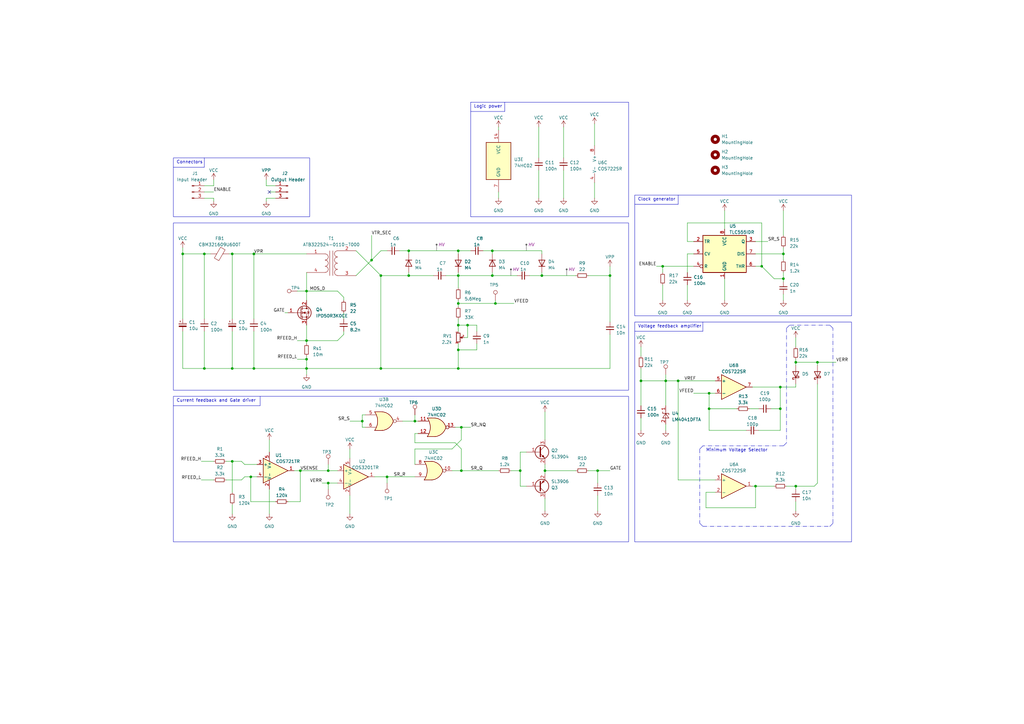
<source format=kicad_sch>
(kicad_sch (version 20230121) (generator eeschema)

  (uuid cbce1c9b-145a-4699-84cc-032e6740ebf0)

  (paper "A3")

  (title_block
    (title "170V Boost converter and controller")
    (rev "V1")
    (company "Alessandro Mauri")
  )

  

  (junction (at 134.62 198.12) (diameter 0) (color 0 0 0 0)
    (uuid 037bc7e2-60f8-4ad7-a79a-1ab5137811b4)
  )
  (junction (at 335.28 148.59) (diameter 0) (color 0 0 0 0)
    (uuid 05e7d7ef-d3ff-4c82-95b9-b7b1e2fd50e7)
  )
  (junction (at 222.25 113.03) (diameter 0) (color 0 0 0 0)
    (uuid 0aaa9dbb-41c4-4219-ae69-b112f6a86571)
  )
  (junction (at 321.31 114.3) (diameter 0) (color 0 0 0 0)
    (uuid 10585718-050b-4a64-9f3f-f980a51ababb)
  )
  (junction (at 187.96 124.46) (diameter 0) (color 0 0 0 0)
    (uuid 20649430-1e00-4e94-b285-1f369bfe7146)
  )
  (junction (at 83.82 151.13) (diameter 0) (color 0 0 0 0)
    (uuid 2181eb68-139d-495f-9818-9c3ef9ca9531)
  )
  (junction (at 104.14 151.13) (diameter 0) (color 0 0 0 0)
    (uuid 27f888b8-a6f7-4f8a-a863-c8aa21dddf3e)
  )
  (junction (at 187.96 143.51) (diameter 0) (color 0 0 0 0)
    (uuid 2e9cb789-cde9-4078-8927-8e4a92557746)
  )
  (junction (at 290.83 167.64) (diameter 0) (color 0 0 0 0)
    (uuid 35b7aeef-5d18-4d21-8433-d0d8ed5d7845)
  )
  (junction (at 201.93 113.03) (diameter 0) (color 0 0 0 0)
    (uuid 361a9328-8a96-4c03-b9f2-2500c1e13ad2)
  )
  (junction (at 326.39 199.39) (diameter 0) (color 0 0 0 0)
    (uuid 3ad35328-2380-4a9c-b7c9-232828ea2287)
  )
  (junction (at 102.87 195.58) (diameter 0) (color 0 0 0 0)
    (uuid 3c7252d8-e5c0-4d81-a767-3123adf75f81)
  )
  (junction (at 187.96 151.13) (diameter 0) (color 0 0 0 0)
    (uuid 3de06667-26d6-46a3-a9a7-fc3c8a39a876)
  )
  (junction (at 309.88 199.39) (diameter 0) (color 0 0 0 0)
    (uuid 3f433c90-6fc7-4eb6-8ee6-0083828d81e8)
  )
  (junction (at 123.19 193.04) (diameter 0) (color 0 0 0 0)
    (uuid 41b28f68-4cb2-4d88-ad48-124dc4e00531)
  )
  (junction (at 156.21 151.13) (diameter 0) (color 0 0 0 0)
    (uuid 446da3d9-efcb-45e5-b834-7f61beb212d6)
  )
  (junction (at 95.25 189.23) (diameter 0) (color 0 0 0 0)
    (uuid 48fd5879-d73a-4d58-a27d-e9ba564676d2)
  )
  (junction (at 245.11 193.04) (diameter 0) (color 0 0 0 0)
    (uuid 49c35e0a-6950-4b1c-9db0-92c4f39c8811)
  )
  (junction (at 191.77 133.35) (diameter 0) (color 0 0 0 0)
    (uuid 4b2ba0b4-7732-4a15-88f2-9a851e8ff6d0)
  )
  (junction (at 134.62 193.04) (diameter 0) (color 0 0 0 0)
    (uuid 4b7b5556-8f25-4d9d-a988-60a1365b03d9)
  )
  (junction (at 250.19 113.03) (diameter 0) (color 0 0 0 0)
    (uuid 4f7252f4-14df-464a-867f-bf7f4746796d)
  )
  (junction (at 320.04 158.75) (diameter 0) (color 0 0 0 0)
    (uuid 51394fd0-3264-4f25-aa12-ac5dd5051fc0)
  )
  (junction (at 167.64 102.87) (diameter 0) (color 0 0 0 0)
    (uuid 5d34ba1a-56cb-476f-94c8-31c261ad09a0)
  )
  (junction (at 213.36 193.04) (diameter 0) (color 0 0 0 0)
    (uuid 5d7c4d2a-3a2d-445f-b45f-16a90051a842)
  )
  (junction (at 167.64 113.03) (diameter 0) (color 0 0 0 0)
    (uuid 5f3d4238-30a3-4c77-87cc-0edd8d7530a0)
  )
  (junction (at 104.14 104.14) (diameter 0) (color 0 0 0 0)
    (uuid 63f041bd-9efb-4506-89d8-c45f072938e9)
  )
  (junction (at 187.96 102.87) (diameter 0) (color 0 0 0 0)
    (uuid 64b35b99-6ef3-4d08-96d4-c2f2f9452c24)
  )
  (junction (at 125.73 151.13) (diameter 0) (color 0 0 0 0)
    (uuid 7450e237-3542-484e-a401-90d6ed0cfa24)
  )
  (junction (at 95.25 104.14) (diameter 0) (color 0 0 0 0)
    (uuid 752c2214-81d8-4bd7-95fe-318e9cc56131)
  )
  (junction (at 152.4 106.68) (diameter 0) (color 0 0 0 0)
    (uuid 75f55b88-f0b7-49ad-a13a-06160ebfeaa6)
  )
  (junction (at 156.21 113.03) (diameter 0) (color 0 0 0 0)
    (uuid 8565dd7a-71ab-4a48-9a6f-17e035483375)
  )
  (junction (at 83.82 104.14) (diameter 0) (color 0 0 0 0)
    (uuid 87fe3f9a-74f6-4c69-8e3e-7cff88e3ec0e)
  )
  (junction (at 187.96 113.03) (diameter 0) (color 0 0 0 0)
    (uuid 8cef1d04-c561-41b0-9641-11b43ed34667)
  )
  (junction (at 320.04 167.64) (diameter 0) (color 0 0 0 0)
    (uuid 91e3bdd1-4c5f-4246-8087-9adcf40ad407)
  )
  (junction (at 189.23 175.26) (diameter 0) (color 0 0 0 0)
    (uuid 9ed8efc2-717d-41b2-88b3-d727a352b300)
  )
  (junction (at 273.05 156.21) (diameter 0) (color 0 0 0 0)
    (uuid a2cda6aa-ce7d-4fe5-a219-ae329e5f739e)
  )
  (junction (at 189.23 193.04) (diameter 0) (color 0 0 0 0)
    (uuid a5fea039-c385-49b1-9abf-4f2c3ff4c849)
  )
  (junction (at 201.93 102.87) (diameter 0) (color 0 0 0 0)
    (uuid ab3fefa5-034a-46b3-a75e-028955529cdf)
  )
  (junction (at 326.39 148.59) (diameter 0) (color 0 0 0 0)
    (uuid bd8a268b-a041-4de5-8ad2-e02c212a9143)
  )
  (junction (at 125.73 147.32) (diameter 0) (color 0 0 0 0)
    (uuid bedd0b38-829e-4bea-8bb2-924df70f622a)
  )
  (junction (at 321.31 104.14) (diameter 0) (color 0 0 0 0)
    (uuid bf82d548-c56f-4790-a8ea-8aa48d0af590)
  )
  (junction (at 148.59 172.72) (diameter 0) (color 0 0 0 0)
    (uuid bfb64b0f-1ebe-498c-9032-5c544cb4011f)
  )
  (junction (at 223.52 193.04) (diameter 0) (color 0 0 0 0)
    (uuid ca950303-0e30-4253-b242-d6c5e1b974e9)
  )
  (junction (at 74.93 104.14) (diameter 0) (color 0 0 0 0)
    (uuid d030cabf-a5ba-4963-adc7-858525385303)
  )
  (junction (at 271.78 109.22) (diameter 0) (color 0 0 0 0)
    (uuid d145e8ea-dc2f-4494-a989-f43e3a7df23b)
  )
  (junction (at 95.25 151.13) (diameter 0) (color 0 0 0 0)
    (uuid d595b2ef-bccf-4d7c-bc72-d82087674376)
  )
  (junction (at 262.89 156.21) (diameter 0) (color 0 0 0 0)
    (uuid db9fd39a-5cb4-4f72-84b4-cb9c1c251920)
  )
  (junction (at 290.83 161.29) (diameter 0) (color 0 0 0 0)
    (uuid dd891383-b55e-443d-b533-88569e3671ea)
  )
  (junction (at 158.75 195.58) (diameter 0) (color 0 0 0 0)
    (uuid e0b7f66a-38bf-4f60-8657-7d50d73b8c76)
  )
  (junction (at 187.96 133.35) (diameter 0) (color 0 0 0 0)
    (uuid e1617fd2-c844-49a0-b380-62ff52275dcd)
  )
  (junction (at 170.18 172.72) (diameter 0) (color 0 0 0 0)
    (uuid e1720c9b-aa74-443c-ac64-ffc36994908c)
  )
  (junction (at 278.13 156.21) (diameter 0) (color 0 0 0 0)
    (uuid e4c81687-4498-4523-ba06-5b9afcd96b0e)
  )
  (junction (at 125.73 119.38) (diameter 0) (color 0 0 0 0)
    (uuid e4f336fa-9732-4bba-9e89-8ca39e856c51)
  )
  (junction (at 125.73 139.7) (diameter 0) (color 0 0 0 0)
    (uuid e87291da-ee9b-4258-beae-2dd05c4ee409)
  )
  (junction (at 203.2 124.46) (diameter 0) (color 0 0 0 0)
    (uuid e9606684-adf5-4413-b59e-541063aae562)
  )
  (junction (at 312.42 109.22) (diameter 0) (color 0 0 0 0)
    (uuid ff71b40a-9674-48b2-b6bb-bf5857f8504d)
  )

  (no_connect (at 110.49 78.74) (uuid 78bbbfb7-ca68-41e2-b68d-166d6bed0f39))

  (wire (pts (xy 189.23 184.15) (xy 189.23 193.04))
    (stroke (width 0) (type default))
    (uuid 0116daf0-5ae0-487c-9bb4-b0f552da91cf)
  )
  (wire (pts (xy 92.71 189.23) (xy 95.25 189.23))
    (stroke (width 0) (type default))
    (uuid 029d30c4-19d2-49db-94b9-61b8a5c424bd)
  )
  (wire (pts (xy 74.93 104.14) (xy 74.93 130.81))
    (stroke (width 0) (type default))
    (uuid 0523a9a6-9760-4433-9490-9db5ea44377a)
  )
  (wire (pts (xy 309.88 109.22) (xy 312.42 109.22))
    (stroke (width 0) (type default))
    (uuid 0546260d-5e28-4b62-b2bd-4c05a80a9019)
  )
  (wire (pts (xy 140.97 137.16) (xy 138.43 139.7))
    (stroke (width 0) (type default))
    (uuid 059008a1-6aee-4c3f-b695-1e7a6c43459c)
  )
  (wire (pts (xy 273.05 156.21) (xy 273.05 166.37))
    (stroke (width 0) (type default))
    (uuid 06b88a68-cc3b-4266-a3d9-2ea372e7e58d)
  )
  (wire (pts (xy 191.77 133.35) (xy 191.77 138.43))
    (stroke (width 0) (type default))
    (uuid 07cce6de-5d8b-4fcd-9375-d7c8445ab389)
  )
  (wire (pts (xy 187.96 102.87) (xy 187.96 104.14))
    (stroke (width 0) (type default))
    (uuid 07d0c83b-d465-4260-af0d-9562fcc7ea54)
  )
  (wire (pts (xy 269.24 109.22) (xy 271.78 109.22))
    (stroke (width 0) (type default))
    (uuid 082275df-5e1c-419e-a647-6b7a9ace55bb)
  )
  (wire (pts (xy 170.18 170.18) (xy 170.18 172.72))
    (stroke (width 0) (type default))
    (uuid 08dc4543-eb54-4d94-8839-915bd10a397c)
  )
  (polyline (pts (xy 287.02 214.63) (xy 288.29 215.9))
    (stroke (width 0) (type dash_dot))
    (uuid 0aa8aaea-51fc-4ac0-9c7b-15788f800b12)
  )

  (wire (pts (xy 170.18 184.15) (xy 185.42 184.15))
    (stroke (width 0) (type default))
    (uuid 0ad95cde-65e6-4e14-81a7-16780057154f)
  )
  (wire (pts (xy 132.08 198.12) (xy 134.62 198.12))
    (stroke (width 0) (type default))
    (uuid 0c3f23cb-6f7e-4585-af67-e252b7c1627d)
  )
  (wire (pts (xy 92.71 196.85) (xy 99.06 196.85))
    (stroke (width 0) (type default))
    (uuid 0cb45fac-a2c4-4b4f-9d9b-58849e00dbc9)
  )
  (wire (pts (xy 326.39 147.32) (xy 326.39 148.59))
    (stroke (width 0) (type default))
    (uuid 0d6a0d43-0047-4710-ba15-8d907f290897)
  )
  (wire (pts (xy 290.83 176.53) (xy 306.07 176.53))
    (stroke (width 0) (type default))
    (uuid 0ded2909-bf29-4026-857e-ea158000a96a)
  )
  (wire (pts (xy 125.73 146.05) (xy 125.73 147.32))
    (stroke (width 0) (type default))
    (uuid 0fe09758-33d1-4565-86f5-616694ebfcb3)
  )
  (wire (pts (xy 271.78 116.84) (xy 271.78 123.19))
    (stroke (width 0) (type default))
    (uuid 1019c5cb-a2ab-40b5-85ff-1735d6a0638f)
  )
  (polyline (pts (xy 340.36 215.9) (xy 341.63 214.63))
    (stroke (width 0) (type dash_dot))
    (uuid 10c592a9-c317-4ffd-a369-e15b603c2f8d)
  )

  (wire (pts (xy 241.3 113.03) (xy 250.19 113.03))
    (stroke (width 0) (type default))
    (uuid 11134033-96bb-4b28-8df1-9c7ec1f76c7b)
  )
  (wire (pts (xy 156.21 113.03) (xy 167.64 113.03))
    (stroke (width 0) (type default))
    (uuid 114b4a40-17c1-42a3-b10e-c3e42d50915f)
  )
  (wire (pts (xy 93.98 104.14) (xy 95.25 104.14))
    (stroke (width 0) (type default))
    (uuid 11618ab3-0776-422e-8e53-a082be85b8bd)
  )
  (wire (pts (xy 185.42 193.04) (xy 189.23 193.04))
    (stroke (width 0) (type default))
    (uuid 11978129-f97f-4579-92fc-6ecae7caeb0d)
  )
  (wire (pts (xy 134.62 198.12) (xy 138.43 198.12))
    (stroke (width 0) (type default))
    (uuid 11f4312a-b18f-43a6-b47f-197e2a5921f3)
  )
  (wire (pts (xy 167.64 113.03) (xy 177.8 113.03))
    (stroke (width 0) (type default))
    (uuid 1236f8bc-1321-44da-988f-3eb1e9fd1d8e)
  )
  (wire (pts (xy 187.96 143.51) (xy 195.58 143.51))
    (stroke (width 0) (type default))
    (uuid 12bc9f8b-44dd-4e02-993e-e38727921858)
  )
  (wire (pts (xy 110.49 78.74) (xy 113.03 78.74))
    (stroke (width 0) (type default))
    (uuid 13a5eaea-0762-40ef-b42d-213d4fb67283)
  )
  (wire (pts (xy 187.96 140.97) (xy 187.96 143.51))
    (stroke (width 0) (type default))
    (uuid 13f75b46-4163-47ad-a90e-f3f148a64483)
  )
  (wire (pts (xy 125.73 119.38) (xy 125.73 123.19))
    (stroke (width 0) (type default))
    (uuid 148cc764-d17c-4b63-834d-ab40c327dd8e)
  )
  (wire (pts (xy 125.73 151.13) (xy 125.73 153.67))
    (stroke (width 0) (type default))
    (uuid 1653827a-1132-42b1-be9f-0482b3fe7541)
  )
  (wire (pts (xy 140.97 121.92) (xy 138.43 119.38))
    (stroke (width 0) (type default))
    (uuid 16f878cd-68b5-45fd-9e23-aa697ad549e0)
  )
  (wire (pts (xy 95.25 207.01) (xy 95.25 210.82))
    (stroke (width 0) (type default))
    (uuid 180881a4-44c6-4792-b00a-8cc125de0b2e)
  )
  (wire (pts (xy 309.88 199.39) (xy 317.5 199.39))
    (stroke (width 0) (type default))
    (uuid 18dcd814-b713-4907-91fe-6075d789d0bb)
  )
  (wire (pts (xy 187.96 124.46) (xy 187.96 125.73))
    (stroke (width 0) (type default))
    (uuid 1b1c2b6a-c614-44f1-9c1c-7566901bcbf2)
  )
  (polyline (pts (xy 323.85 133.35) (xy 322.58 134.62))
    (stroke (width 0) (type dash_dot))
    (uuid 1b4f8558-ffed-4834-aabc-6128bc1ff631)
  )

  (wire (pts (xy 189.23 175.26) (xy 189.23 180.34))
    (stroke (width 0) (type default))
    (uuid 1b5dfe4c-25dd-477f-8bb8-3b572a928085)
  )
  (wire (pts (xy 146.05 102.87) (xy 156.21 113.03))
    (stroke (width 0) (type default))
    (uuid 1d7c7f4e-5486-4a19-b25a-70bb36be51e3)
  )
  (polyline (pts (xy 322.58 134.62) (xy 322.58 181.61))
    (stroke (width 0) (type dash_dot))
    (uuid 1dac0dd4-cc3f-47c3-bfc4-dcaaf515b961)
  )
  (polyline (pts (xy 341.63 214.63) (xy 341.63 134.62))
    (stroke (width 0) (type dash_dot))
    (uuid 1fc58c0d-8b7e-408c-b537-38ba98dc34e8)
  )
  (polyline (pts (xy 71.12 166.37) (xy 106.68 166.37))
    (stroke (width 0) (type default))
    (uuid 22a94817-e476-47d8-b824-12ffffd61574)
  )

  (wire (pts (xy 95.25 189.23) (xy 95.25 201.93))
    (stroke (width 0) (type default))
    (uuid 240258d7-8ff0-4b91-b80f-0177e8175b25)
  )
  (wire (pts (xy 123.19 193.04) (xy 134.62 193.04))
    (stroke (width 0) (type default))
    (uuid 24b1edf6-75ff-4d48-8225-050183435429)
  )
  (wire (pts (xy 186.69 175.26) (xy 189.23 175.26))
    (stroke (width 0) (type default))
    (uuid 24d0f39a-f271-4e1c-82ee-c64fa35041d9)
  )
  (wire (pts (xy 187.96 113.03) (xy 201.93 113.03))
    (stroke (width 0) (type default))
    (uuid 259fb412-9472-49e6-9659-158a12bdf00c)
  )
  (wire (pts (xy 156.21 151.13) (xy 187.96 151.13))
    (stroke (width 0) (type default))
    (uuid 2aacb643-24ba-4ea8-98fd-db3afc18239a)
  )
  (wire (pts (xy 148.59 175.26) (xy 149.86 175.26))
    (stroke (width 0) (type default))
    (uuid 2b0be129-9c63-4907-9b1d-6c60ba7a410b)
  )
  (wire (pts (xy 109.22 81.28) (xy 113.03 81.28))
    (stroke (width 0) (type default))
    (uuid 2b5bd6e1-8549-4af2-8aae-90de48e3e8b0)
  )
  (wire (pts (xy 190.5 138.43) (xy 191.77 138.43))
    (stroke (width 0) (type default))
    (uuid 2b85d2a6-08a7-450b-9b0b-62556a4db3e1)
  )
  (wire (pts (xy 83.82 104.14) (xy 86.36 104.14))
    (stroke (width 0) (type default))
    (uuid 2c8cf957-4f74-43bb-8183-63c127ac34a2)
  )
  (wire (pts (xy 125.73 139.7) (xy 138.43 139.7))
    (stroke (width 0) (type default))
    (uuid 2d58286d-582b-49c1-8a2f-f15e748d074b)
  )
  (wire (pts (xy 243.84 50.8) (xy 243.84 59.69))
    (stroke (width 0) (type default))
    (uuid 2dec5d8b-a214-4b57-8337-261a4a0e2bcb)
  )
  (wire (pts (xy 320.04 158.75) (xy 326.39 158.75))
    (stroke (width 0) (type default))
    (uuid 2f3e1ba0-6426-404e-a702-36b79b2e4cfd)
  )
  (wire (pts (xy 95.25 104.14) (xy 95.25 130.81))
    (stroke (width 0) (type default))
    (uuid 317de16a-fbfa-48f1-86e3-11801cd44095)
  )
  (wire (pts (xy 102.87 195.58) (xy 102.87 205.74))
    (stroke (width 0) (type default))
    (uuid 32b2e9eb-dc25-4f96-ba9e-144ea9e71ba9)
  )
  (wire (pts (xy 102.87 205.74) (xy 113.03 205.74))
    (stroke (width 0) (type default))
    (uuid 35426e01-d3d4-4f94-aa27-6dfb3d8ee661)
  )
  (wire (pts (xy 83.82 151.13) (xy 95.25 151.13))
    (stroke (width 0) (type default))
    (uuid 36b59985-bd32-4696-acc2-3fdfcec0b6a0)
  )
  (wire (pts (xy 104.14 104.14) (xy 104.14 130.81))
    (stroke (width 0) (type default))
    (uuid 36f209b2-f25c-4850-8cf0-0a3108451c17)
  )
  (wire (pts (xy 74.93 101.6) (xy 74.93 104.14))
    (stroke (width 0) (type default))
    (uuid 370d0da6-7c7c-4cc8-9c89-1ec4079e1945)
  )
  (wire (pts (xy 152.4 96.52) (xy 152.4 106.68))
    (stroke (width 0) (type default))
    (uuid 38c75e5c-d0b3-411a-96c4-097dd7ae1f59)
  )
  (wire (pts (xy 74.93 135.89) (xy 74.93 151.13))
    (stroke (width 0) (type default))
    (uuid 38fc6213-775e-4097-b70f-fb43e1c2eb70)
  )
  (wire (pts (xy 95.25 151.13) (xy 104.14 151.13))
    (stroke (width 0) (type default))
    (uuid 39d96483-185a-4ac9-8ee6-211ef0558c0b)
  )
  (wire (pts (xy 87.63 81.28) (xy 87.63 82.55))
    (stroke (width 0) (type default))
    (uuid 3aec9869-d135-4a45-895c-8c361cbcc68e)
  )
  (wire (pts (xy 95.25 104.14) (xy 104.14 104.14))
    (stroke (width 0) (type default))
    (uuid 3ba0907d-5215-40b6-9c7f-feb2c78d2956)
  )
  (wire (pts (xy 167.64 102.87) (xy 187.96 102.87))
    (stroke (width 0) (type default))
    (uuid 3c1c91a2-9b3d-4dd9-8f40-431bfef7c171)
  )
  (wire (pts (xy 187.96 133.35) (xy 187.96 135.89))
    (stroke (width 0) (type default))
    (uuid 3c6a54c5-e45f-4dce-ba58-12a5e36ec899)
  )
  (wire (pts (xy 217.17 113.03) (xy 222.25 113.03))
    (stroke (width 0) (type default))
    (uuid 3ce797c6-6d59-40ed-90c2-b0cdc7843150)
  )
  (wire (pts (xy 326.39 199.39) (xy 326.39 200.66))
    (stroke (width 0) (type default))
    (uuid 3e801497-4719-481c-ade8-06f4a4f756c8)
  )
  (wire (pts (xy 125.73 111.76) (xy 125.73 119.38))
    (stroke (width 0) (type default))
    (uuid 3f6b02a8-c747-4473-b23c-374fc846daec)
  )
  (polyline (pts (xy 71.12 68.58) (xy 83.82 68.58))
    (stroke (width 0) (type default))
    (uuid 41062b12-b46b-4955-b9eb-f048e2454191)
  )

  (wire (pts (xy 326.39 158.75) (xy 326.39 157.48))
    (stroke (width 0) (type default))
    (uuid 412dc3ad-a65c-4b21-b4ee-aee881d4b377)
  )
  (wire (pts (xy 231.14 69.85) (xy 231.14 81.28))
    (stroke (width 0) (type default))
    (uuid 424845c2-c144-486f-944b-d11958b06609)
  )
  (wire (pts (xy 143.51 203.2) (xy 143.51 210.82))
    (stroke (width 0) (type default))
    (uuid 428d6fba-79f3-4e01-a6e2-bd65e798cb4d)
  )
  (wire (pts (xy 195.58 133.35) (xy 195.58 135.89))
    (stroke (width 0) (type default))
    (uuid 437084c6-869b-405f-be58-f7d4ad1d5ed5)
  )
  (wire (pts (xy 222.25 113.03) (xy 236.22 113.03))
    (stroke (width 0) (type default))
    (uuid 4594d987-cb70-4ced-aa6e-3c4cc651b100)
  )
  (wire (pts (xy 320.04 158.75) (xy 320.04 167.64))
    (stroke (width 0) (type default))
    (uuid 460597f8-0978-46d5-91fa-96d82ad4d837)
  )
  (wire (pts (xy 278.13 156.21) (xy 278.13 196.85))
    (stroke (width 0) (type default))
    (uuid 4655cf7f-3543-4ed1-8345-4d42bad3325e)
  )
  (wire (pts (xy 284.48 161.29) (xy 290.83 161.29))
    (stroke (width 0) (type default))
    (uuid 47117b89-1713-4a28-9781-2169736b56e6)
  )
  (wire (pts (xy 281.94 91.44) (xy 281.94 99.06))
    (stroke (width 0) (type default))
    (uuid 47bf9120-edca-4953-b776-2032447e4f4f)
  )
  (wire (pts (xy 116.84 128.27) (xy 118.11 128.27))
    (stroke (width 0) (type default))
    (uuid 48b9c60d-cd8f-4240-9351-9da8da86d867)
  )
  (polyline (pts (xy 322.58 181.61) (xy 321.31 182.88))
    (stroke (width 0) (type dash_dot))
    (uuid 49762f6f-d9a8-4346-b1a6-62bcee5ff5da)
  )

  (wire (pts (xy 262.89 156.21) (xy 262.89 166.37))
    (stroke (width 0) (type default))
    (uuid 4a078500-bb9a-45dd-ab74-840667a2630d)
  )
  (wire (pts (xy 271.78 109.22) (xy 284.48 109.22))
    (stroke (width 0) (type default))
    (uuid 4d2dff06-6f13-43b7-8ebd-9e7f7b7267cb)
  )
  (wire (pts (xy 99.06 196.85) (xy 100.33 195.58))
    (stroke (width 0) (type default))
    (uuid 4e362d86-ebd8-44f2-a941-ee81112a437e)
  )
  (wire (pts (xy 167.64 102.87) (xy 167.64 104.14))
    (stroke (width 0) (type default))
    (uuid 4ee770bc-7312-4f18-aa2f-8da8bb3b3587)
  )
  (wire (pts (xy 220.98 52.07) (xy 220.98 64.77))
    (stroke (width 0) (type default))
    (uuid 4efc5cfd-f9b7-433c-8c85-58342a0e6e1c)
  )
  (wire (pts (xy 309.88 104.14) (xy 321.31 104.14))
    (stroke (width 0) (type default))
    (uuid 4f0492aa-d354-4a2f-957a-b0c16661933b)
  )
  (polyline (pts (xy 106.68 162.56) (xy 106.68 166.37))
    (stroke (width 0) (type default))
    (uuid 4f4aa186-90c6-4f6c-8f26-badd20d091a9)
  )

  (wire (pts (xy 121.92 139.7) (xy 125.73 139.7))
    (stroke (width 0) (type default))
    (uuid 50b82c17-e83d-4419-b7ef-7a9b9aa3fdd3)
  )
  (wire (pts (xy 204.47 52.07) (xy 204.47 53.34))
    (stroke (width 0) (type default))
    (uuid 50cd578b-2036-4880-b613-af1075a8cde1)
  )
  (wire (pts (xy 120.65 193.04) (xy 123.19 193.04))
    (stroke (width 0) (type default))
    (uuid 5151bba6-b64a-4612-8af3-3310311fc467)
  )
  (wire (pts (xy 317.5 114.3) (xy 321.31 114.3))
    (stroke (width 0) (type default))
    (uuid 5266b4eb-34e6-4cf9-bb39-b0a6727956ee)
  )
  (wire (pts (xy 278.13 156.21) (xy 293.37 156.21))
    (stroke (width 0) (type default))
    (uuid 5375a4da-8b77-499f-b340-cbcb72768492)
  )
  (wire (pts (xy 187.96 130.81) (xy 187.96 133.35))
    (stroke (width 0) (type default))
    (uuid 55030f98-e02c-4d39-bf63-7c5760d0a68b)
  )
  (wire (pts (xy 222.25 111.76) (xy 222.25 113.03))
    (stroke (width 0) (type default))
    (uuid 55413978-7918-46e9-b3ea-fe6f8594e830)
  )
  (wire (pts (xy 262.89 142.24) (xy 262.89 146.05))
    (stroke (width 0) (type default))
    (uuid 55df151d-23b1-4146-a716-ac53d415bc0f)
  )
  (wire (pts (xy 187.96 102.87) (xy 193.04 102.87))
    (stroke (width 0) (type default))
    (uuid 57991b58-72b3-4eb2-bbf5-2466f4875c01)
  )
  (wire (pts (xy 278.13 196.85) (xy 293.37 196.85))
    (stroke (width 0) (type default))
    (uuid 57a25f6f-6c8f-4e50-b7ff-4ef20ca11ec5)
  )
  (polyline (pts (xy 83.82 64.77) (xy 83.82 68.58))
    (stroke (width 0) (type default))
    (uuid 57b11b2e-f075-4afd-92af-d4263ef019b0)
  )

  (wire (pts (xy 125.73 119.38) (xy 138.43 119.38))
    (stroke (width 0) (type default))
    (uuid 5880a721-586a-4e82-a14e-cc7751e6ad60)
  )
  (wire (pts (xy 321.31 101.6) (xy 321.31 104.14))
    (stroke (width 0) (type default))
    (uuid 591600ea-a007-4d6b-b115-08a50c84d794)
  )
  (polyline (pts (xy 260.35 83.82) (xy 278.13 83.82))
    (stroke (width 0) (type default))
    (uuid 5a035c1a-d949-4076-8323-d60668843d95)
  )

  (wire (pts (xy 82.55 189.23) (xy 87.63 189.23))
    (stroke (width 0) (type default))
    (uuid 5c4f449d-a203-4cde-a34c-92146cfb0ea8)
  )
  (wire (pts (xy 134.62 198.12) (xy 134.62 200.66))
    (stroke (width 0) (type default))
    (uuid 5d7abf0a-f885-45f7-9bfd-4d16c20f2c36)
  )
  (wire (pts (xy 121.92 147.32) (xy 125.73 147.32))
    (stroke (width 0) (type default))
    (uuid 608a5d5c-655c-49e0-be80-43a96642975b)
  )
  (wire (pts (xy 95.25 135.89) (xy 95.25 151.13))
    (stroke (width 0) (type default))
    (uuid 60fa5496-94d3-45ba-9107-7a8062464098)
  )
  (wire (pts (xy 222.25 102.87) (xy 222.25 104.14))
    (stroke (width 0) (type default))
    (uuid 6121b43d-bae3-4628-bc94-663c45d194e3)
  )
  (wire (pts (xy 82.55 196.85) (xy 87.63 196.85))
    (stroke (width 0) (type default))
    (uuid 61ae674b-df63-4062-a6c0-bd0872701c30)
  )
  (wire (pts (xy 273.05 153.67) (xy 273.05 156.21))
    (stroke (width 0) (type default))
    (uuid 62ea33ce-366b-4c6e-95b3-2236f71351d5)
  )
  (wire (pts (xy 271.78 109.22) (xy 271.78 111.76))
    (stroke (width 0) (type default))
    (uuid 63bb21ae-d8c4-49ca-aaf9-0fda339efa16)
  )
  (wire (pts (xy 321.31 104.14) (xy 321.31 106.68))
    (stroke (width 0) (type default))
    (uuid 655f1ba9-e3dc-4553-b6b8-4048c387926d)
  )
  (wire (pts (xy 223.52 190.5) (xy 223.52 193.04))
    (stroke (width 0) (type default))
    (uuid 656efe0e-aae8-4694-9dcf-fb25c0a10b7b)
  )
  (wire (pts (xy 201.93 111.76) (xy 201.93 113.03))
    (stroke (width 0) (type default))
    (uuid 662fb48d-9f3a-4f82-8a77-65bf63091b9a)
  )
  (wire (pts (xy 289.56 201.93) (xy 289.56 208.28))
    (stroke (width 0) (type default))
    (uuid 6a8fbae5-365a-4416-871a-74d01b4d246a)
  )
  (wire (pts (xy 201.93 113.03) (xy 212.09 113.03))
    (stroke (width 0) (type default))
    (uuid 6b38e574-e036-4df1-808b-4e4e90a45dbe)
  )
  (wire (pts (xy 213.36 185.42) (xy 215.9 185.42))
    (stroke (width 0) (type default))
    (uuid 6b537cea-10d5-441f-9bad-8aab7a184d6b)
  )
  (wire (pts (xy 143.51 184.15) (xy 143.51 187.96))
    (stroke (width 0) (type default))
    (uuid 6b6251aa-8087-407d-80f6-fb9fcdae1f81)
  )
  (wire (pts (xy 320.04 176.53) (xy 320.04 167.64))
    (stroke (width 0) (type default))
    (uuid 70d999ed-ec10-47e2-9db2-eb3c39553d7f)
  )
  (wire (pts (xy 321.31 86.36) (xy 321.31 96.52))
    (stroke (width 0) (type default))
    (uuid 7353ebd9-f067-4aaf-bf5c-f7a19f4979b1)
  )
  (wire (pts (xy 312.42 109.22) (xy 317.5 114.3))
    (stroke (width 0) (type default))
    (uuid 76d93c65-f65c-467f-a209-f9718549da14)
  )
  (polyline (pts (xy 341.63 134.62) (xy 340.36 133.35))
    (stroke (width 0) (type dash_dot))
    (uuid 77a200de-859f-486f-a01f-808861bb8c98)
  )

  (wire (pts (xy 134.62 193.04) (xy 138.43 193.04))
    (stroke (width 0) (type default))
    (uuid 794dd129-c36d-4f3b-a026-dc0532d8275c)
  )
  (wire (pts (xy 187.96 151.13) (xy 250.19 151.13))
    (stroke (width 0) (type default))
    (uuid 79b06e89-8c2c-41d7-be50-e4f80fc868c9)
  )
  (wire (pts (xy 74.93 151.13) (xy 83.82 151.13))
    (stroke (width 0) (type default))
    (uuid 7a3f6ed0-51cf-4a50-a7f2-ba7016149cf1)
  )
  (wire (pts (xy 297.18 86.36) (xy 297.18 93.98))
    (stroke (width 0) (type default))
    (uuid 7aa64d97-9325-4867-9021-4aa1cef5c146)
  )
  (wire (pts (xy 198.12 102.87) (xy 201.93 102.87))
    (stroke (width 0) (type default))
    (uuid 7ba3fc87-37df-47f5-be9e-331094b0e555)
  )
  (wire (pts (xy 308.61 199.39) (xy 309.88 199.39))
    (stroke (width 0) (type default))
    (uuid 7c819137-f2d0-44a8-b3c4-c93ee21c2b4c)
  )
  (wire (pts (xy 182.88 113.03) (xy 187.96 113.03))
    (stroke (width 0) (type default))
    (uuid 7e4e3a82-f188-47a4-9c4d-a0dedfac9a78)
  )
  (wire (pts (xy 326.39 138.43) (xy 326.39 142.24))
    (stroke (width 0) (type default))
    (uuid 7fb6ed98-2d46-454a-a868-efe4d1d36c9d)
  )
  (wire (pts (xy 100.33 190.5) (xy 105.41 190.5))
    (stroke (width 0) (type default))
    (uuid 7fdeeab5-4df9-4449-89e3-204426839230)
  )
  (wire (pts (xy 158.75 195.58) (xy 158.75 198.12))
    (stroke (width 0) (type default))
    (uuid 807c60e5-8817-4583-a1f3-029d37a147f1)
  )
  (wire (pts (xy 87.63 73.66) (xy 87.63 76.2))
    (stroke (width 0) (type default))
    (uuid 82096a7c-a616-4e5d-a56b-f3c8a9e99c2e)
  )
  (wire (pts (xy 326.39 148.59) (xy 326.39 149.86))
    (stroke (width 0) (type default))
    (uuid 82369518-29a4-425a-b19b-e2fccde0b9bc)
  )
  (wire (pts (xy 110.49 200.66) (xy 110.49 210.82))
    (stroke (width 0) (type default))
    (uuid 83ac3fa6-f487-4cfd-ac26-e260e8561a8f)
  )
  (wire (pts (xy 187.96 111.76) (xy 187.96 113.03))
    (stroke (width 0) (type default))
    (uuid 84166364-529d-464b-b84b-3c6db2df2b98)
  )
  (wire (pts (xy 262.89 151.13) (xy 262.89 156.21))
    (stroke (width 0) (type default))
    (uuid 8454cb43-4e06-4c44-a34d-09885e20a869)
  )
  (wire (pts (xy 289.56 208.28) (xy 309.88 208.28))
    (stroke (width 0) (type default))
    (uuid 84f19c2e-acd2-4298-bd7d-3b4ad9ac2536)
  )
  (wire (pts (xy 74.93 104.14) (xy 83.82 104.14))
    (stroke (width 0) (type default))
    (uuid 85d20927-3059-40fb-8b91-afa1fd50fb47)
  )
  (wire (pts (xy 187.96 143.51) (xy 187.96 151.13))
    (stroke (width 0) (type default))
    (uuid 86de7966-3d9d-41ee-9e71-1f73b38cb5fb)
  )
  (wire (pts (xy 204.47 78.74) (xy 204.47 81.28))
    (stroke (width 0) (type default))
    (uuid 88608f3d-f759-4746-b90f-bbe9bde7ae36)
  )
  (wire (pts (xy 290.83 167.64) (xy 302.26 167.64))
    (stroke (width 0) (type default))
    (uuid 891c50b1-af13-41bd-8406-7af164d8a6ee)
  )
  (wire (pts (xy 125.73 151.13) (xy 156.21 151.13))
    (stroke (width 0) (type default))
    (uuid 8a2844dc-d439-48ff-801c-cae4975734e1)
  )
  (wire (pts (xy 281.94 104.14) (xy 284.48 104.14))
    (stroke (width 0) (type default))
    (uuid 8cbfa957-862e-48a1-b82e-3c4163ea1f6c)
  )
  (wire (pts (xy 223.52 193.04) (xy 236.22 193.04))
    (stroke (width 0) (type default))
    (uuid 8ce4890c-98ad-4f5a-848c-271ac1e707a2)
  )
  (wire (pts (xy 148.59 172.72) (xy 148.59 175.26))
    (stroke (width 0) (type default))
    (uuid 8d83422e-31ca-4f54-835e-eda90920aa8f)
  )
  (wire (pts (xy 104.14 135.89) (xy 104.14 151.13))
    (stroke (width 0) (type default))
    (uuid 8d9aca6d-44d8-48fd-bb19-633f3faae9a0)
  )
  (wire (pts (xy 209.55 193.04) (xy 213.36 193.04))
    (stroke (width 0) (type default))
    (uuid 8e18a61f-2640-451a-9751-e1ba7cd4b848)
  )
  (wire (pts (xy 326.39 205.74) (xy 326.39 209.55))
    (stroke (width 0) (type default))
    (uuid 8e8eb6f6-6dd9-44fb-a908-707a86ce2a45)
  )
  (wire (pts (xy 250.19 113.03) (xy 250.19 132.08))
    (stroke (width 0) (type default))
    (uuid 8eebb118-5811-4bd9-bf74-6432c1126b0f)
  )
  (wire (pts (xy 308.61 158.75) (xy 320.04 158.75))
    (stroke (width 0) (type default))
    (uuid 8eff4edd-bf72-4e1e-b3d5-a43254d94cf8)
  )
  (wire (pts (xy 109.22 81.28) (xy 109.22 82.55))
    (stroke (width 0) (type default))
    (uuid 8f3503d3-b43a-4ad0-afbc-4dcc49ceb7a4)
  )
  (wire (pts (xy 326.39 148.59) (xy 335.28 148.59))
    (stroke (width 0) (type default))
    (uuid 904d9f1b-b210-47cd-8f69-f96637537715)
  )
  (wire (pts (xy 148.59 170.18) (xy 148.59 172.72))
    (stroke (width 0) (type default))
    (uuid 90cd9466-1747-4424-87f4-0f17ad1bd95a)
  )
  (wire (pts (xy 109.22 73.66) (xy 109.22 76.2))
    (stroke (width 0) (type default))
    (uuid 91b4f5a0-d198-47d5-8083-09b76efc29aa)
  )
  (wire (pts (xy 321.31 120.65) (xy 321.31 123.19))
    (stroke (width 0) (type default))
    (uuid 956e40d3-ab85-41f9-a52c-05c09848433f)
  )
  (wire (pts (xy 322.58 199.39) (xy 326.39 199.39))
    (stroke (width 0) (type default))
    (uuid 960f2056-974c-4211-b52f-a70422d603a6)
  )
  (wire (pts (xy 125.73 133.35) (xy 125.73 139.7))
    (stroke (width 0) (type default))
    (uuid 96d2eb72-ddfe-4a8b-a73f-ced9782e0373)
  )
  (wire (pts (xy 121.92 119.38) (xy 125.73 119.38))
    (stroke (width 0) (type default))
    (uuid 97718e05-e435-49da-9c22-942187cb8945)
  )
  (wire (pts (xy 311.15 176.53) (xy 320.04 176.53))
    (stroke (width 0) (type default))
    (uuid 98d376d6-cb93-47ad-96fc-c045a0837405)
  )
  (wire (pts (xy 297.18 114.3) (xy 297.18 123.19))
    (stroke (width 0) (type default))
    (uuid 99ac82c2-316d-44f6-b039-13725946e5d4)
  )
  (wire (pts (xy 118.11 205.74) (xy 123.19 205.74))
    (stroke (width 0) (type default))
    (uuid 9c146bbf-bec0-4840-9460-7d7738ff1751)
  )
  (wire (pts (xy 187.96 113.03) (xy 187.96 118.11))
    (stroke (width 0) (type default))
    (uuid 9fb26078-0471-4fce-a1fc-60a88973f16a)
  )
  (wire (pts (xy 223.52 168.91) (xy 223.52 180.34))
    (stroke (width 0) (type default))
    (uuid a4989d8e-5b08-486a-b137-ade0a598e5eb)
  )
  (wire (pts (xy 83.82 104.14) (xy 83.82 130.81))
    (stroke (width 0) (type default))
    (uuid a4d24d05-9c50-49f7-8e80-e77b081d75c9)
  )
  (wire (pts (xy 203.2 124.46) (xy 210.82 124.46))
    (stroke (width 0) (type default))
    (uuid a56b6b71-3bd2-4527-b434-d70fa521b50d)
  )
  (wire (pts (xy 281.94 116.84) (xy 281.94 123.19))
    (stroke (width 0) (type default))
    (uuid a927ec6a-220d-4252-9884-daf8c7d90bd4)
  )
  (wire (pts (xy 170.18 184.15) (xy 170.18 190.5))
    (stroke (width 0) (type default))
    (uuid a955446a-b583-4dca-8c82-5909788e9049)
  )
  (wire (pts (xy 335.28 198.12) (xy 334.01 199.39))
    (stroke (width 0) (type default))
    (uuid a9b8c486-d1d6-4827-b7a4-2e7d5cac5abf)
  )
  (wire (pts (xy 167.64 111.76) (xy 167.64 113.03))
    (stroke (width 0) (type default))
    (uuid ad55d248-a1a5-4d44-936b-7f9ac8162f80)
  )
  (wire (pts (xy 335.28 157.48) (xy 335.28 198.12))
    (stroke (width 0) (type default))
    (uuid ae3ccf0c-2e35-4324-b060-e55bd48f5d5e)
  )
  (wire (pts (xy 316.23 167.64) (xy 320.04 167.64))
    (stroke (width 0) (type default))
    (uuid af40ce15-9533-48bf-b21a-c7ef944b3d3c)
  )
  (wire (pts (xy 262.89 171.45) (xy 262.89 176.53))
    (stroke (width 0) (type default))
    (uuid b03a0086-2d71-40b4-883f-30b7ce79b766)
  )
  (wire (pts (xy 140.97 121.92) (xy 140.97 123.19))
    (stroke (width 0) (type default))
    (uuid b076ad0e-35f3-4e5e-9fe7-2a948d19aa62)
  )
  (polyline (pts (xy 287.02 184.15) (xy 287.02 214.63))
    (stroke (width 0) (type dash_dot))
    (uuid b0987e6f-35e4-42a1-b30f-baa6ac448f59)
  )

  (wire (pts (xy 290.83 161.29) (xy 293.37 161.29))
    (stroke (width 0) (type default))
    (uuid b0e4d692-b241-48eb-80ef-8b21075893fd)
  )
  (wire (pts (xy 189.23 180.34) (xy 185.42 184.15))
    (stroke (width 0) (type default))
    (uuid b1abee25-4c36-4e8a-b3c1-9add8be79421)
  )
  (polyline (pts (xy 193.04 45.72) (xy 207.01 45.72))
    (stroke (width 0) (type default))
    (uuid b1b3a974-aaaf-43fd-8bcf-15bd175141c0)
  )

  (wire (pts (xy 125.73 139.7) (xy 125.73 140.97))
    (stroke (width 0) (type default))
    (uuid b2918ebf-bde9-489a-8ecb-5663534790a1)
  )
  (wire (pts (xy 95.25 189.23) (xy 99.06 189.23))
    (stroke (width 0) (type default))
    (uuid b37fff30-11ca-4809-927f-c136323ff1b9)
  )
  (wire (pts (xy 290.83 176.53) (xy 290.83 167.64))
    (stroke (width 0) (type default))
    (uuid b41c23d5-0fee-4b46-aee9-b5ca7c1ad555)
  )
  (wire (pts (xy 312.42 91.44) (xy 312.42 109.22))
    (stroke (width 0) (type default))
    (uuid b51c4892-2cd4-4362-992a-3dffa055bf92)
  )
  (wire (pts (xy 83.82 78.74) (xy 87.63 78.74))
    (stroke (width 0) (type default))
    (uuid b57dcc02-8a7b-4061-ac94-a6744b6f4400)
  )
  (wire (pts (xy 170.18 177.8) (xy 170.18 181.61))
    (stroke (width 0) (type default))
    (uuid b5acaa5b-75f9-4558-9be8-d20a4b0015c9)
  )
  (wire (pts (xy 170.18 172.72) (xy 171.45 172.72))
    (stroke (width 0) (type default))
    (uuid b6f3d471-f07f-4c5c-b906-568d43ce2b73)
  )
  (wire (pts (xy 146.05 113.03) (xy 152.4 106.68))
    (stroke (width 0) (type default))
    (uuid b84eef69-0116-486c-a3f0-1255f8d56077)
  )
  (polyline (pts (xy 288.29 182.88) (xy 287.02 184.15))
    (stroke (width 0) (type dash_dot))
    (uuid b9608926-ebe6-49f0-806a-d5d82fce992e)
  )

  (wire (pts (xy 158.75 195.58) (xy 170.18 195.58))
    (stroke (width 0) (type default))
    (uuid bcd897d7-fc67-40d5-b975-b8a1248ab8d8)
  )
  (wire (pts (xy 273.05 173.99) (xy 273.05 176.53))
    (stroke (width 0) (type default))
    (uuid bdc3d212-ccf8-4d3c-a409-dc9077c7f280)
  )
  (wire (pts (xy 187.96 124.46) (xy 203.2 124.46))
    (stroke (width 0) (type default))
    (uuid bec3bf59-9ee3-4f20-95c8-ffcafacc41c5)
  )
  (wire (pts (xy 243.84 74.93) (xy 243.84 81.28))
    (stroke (width 0) (type default))
    (uuid bfd2b323-e92d-4ac8-8e96-59a81d13ef45)
  )
  (wire (pts (xy 321.31 114.3) (xy 321.31 115.57))
    (stroke (width 0) (type default))
    (uuid c0a82c77-61f9-42d2-8899-b79032cf783d)
  )
  (wire (pts (xy 148.59 170.18) (xy 149.86 170.18))
    (stroke (width 0) (type default))
    (uuid c110c3a7-75d5-4eae-8f62-a539d3b0e2fc)
  )
  (wire (pts (xy 143.51 172.72) (xy 148.59 172.72))
    (stroke (width 0) (type default))
    (uuid c11e04bf-a383-4118-be7c-8a0e03140d55)
  )
  (wire (pts (xy 223.52 193.04) (xy 223.52 194.31))
    (stroke (width 0) (type default))
    (uuid c1bae86e-fdc2-4e38-9bde-77390ce833b1)
  )
  (wire (pts (xy 335.28 148.59) (xy 342.9 148.59))
    (stroke (width 0) (type default))
    (uuid c1f0e6bc-9f35-4520-af78-5cb93d6909ca)
  )
  (wire (pts (xy 83.82 76.2) (xy 87.63 76.2))
    (stroke (width 0) (type default))
    (uuid c4f6739e-9ced-4b14-b2b5-c8623ccd5e2e)
  )
  (wire (pts (xy 104.14 151.13) (xy 125.73 151.13))
    (stroke (width 0) (type default))
    (uuid c524b326-2fa9-4a5a-ba08-6179dada6817)
  )
  (wire (pts (xy 123.19 193.04) (xy 123.19 205.74))
    (stroke (width 0) (type default))
    (uuid c52c3377-70e1-4533-8e3e-1bef862e8fec)
  )
  (wire (pts (xy 213.36 199.39) (xy 215.9 199.39))
    (stroke (width 0) (type default))
    (uuid c535c743-bbbf-416a-8838-e03993ef35db)
  )
  (wire (pts (xy 189.23 175.26) (xy 193.04 175.26))
    (stroke (width 0) (type default))
    (uuid c5b61d71-8d4c-4263-a19c-1f303fd75efe)
  )
  (wire (pts (xy 223.52 204.47) (xy 223.52 209.55))
    (stroke (width 0) (type default))
    (uuid c724277e-a870-47a8-87e1-61bb8ea72164)
  )
  (wire (pts (xy 100.33 195.58) (xy 102.87 195.58))
    (stroke (width 0) (type default))
    (uuid c7f332ca-415f-4f2f-ac4c-e305da6cab70)
  )
  (wire (pts (xy 245.11 203.2) (xy 245.11 209.55))
    (stroke (width 0) (type default))
    (uuid c9f55ee0-6f5b-4784-a934-24bfad2f3cbd)
  )
  (wire (pts (xy 152.4 106.68) (xy 156.21 102.87))
    (stroke (width 0) (type default))
    (uuid cae6c5d3-43c1-4c18-b5ce-c4f86bfcb24f)
  )
  (wire (pts (xy 165.1 172.72) (xy 170.18 172.72))
    (stroke (width 0) (type default))
    (uuid cb946610-e2c9-4585-bd02-7c80e551eecb)
  )
  (polyline (pts (xy 260.35 135.89) (xy 288.29 135.89))
    (stroke (width 0) (type default))
    (uuid cc6e4dec-9cf8-43fa-ac59-edb98767a251)
  )

  (wire (pts (xy 187.96 123.19) (xy 187.96 124.46))
    (stroke (width 0) (type default))
    (uuid cd594ea4-a2eb-4966-9878-f698e5476611)
  )
  (wire (pts (xy 281.94 104.14) (xy 281.94 111.76))
    (stroke (width 0) (type default))
    (uuid cef044e2-2f4c-4cec-be0d-e56f281fbd48)
  )
  (wire (pts (xy 201.93 102.87) (xy 201.93 104.14))
    (stroke (width 0) (type default))
    (uuid d0525aec-5b54-49d3-9d7f-91e0b58d047b)
  )
  (wire (pts (xy 335.28 148.59) (xy 335.28 149.86))
    (stroke (width 0) (type default))
    (uuid d1e47ada-59cf-4384-82ac-7a6082aff499)
  )
  (polyline (pts (xy 288.29 215.9) (xy 340.36 215.9))
    (stroke (width 0) (type dash_dot))
    (uuid d2629a67-10dd-4da9-af3c-ea1fe11e651e)
  )

  (wire (pts (xy 262.89 156.21) (xy 273.05 156.21))
    (stroke (width 0) (type default))
    (uuid d2ec55a7-49cb-4a35-a513-a2c5afaab15d)
  )
  (wire (pts (xy 87.63 81.28) (xy 83.82 81.28))
    (stroke (width 0) (type default))
    (uuid d3cf3eb5-f6af-4f6b-9947-39655b626554)
  )
  (wire (pts (xy 102.87 195.58) (xy 105.41 195.58))
    (stroke (width 0) (type default))
    (uuid d494d79c-fa8c-4549-b089-3cfc476ad6ad)
  )
  (polyline (pts (xy 207.01 41.91) (xy 207.01 45.72))
    (stroke (width 0) (type default))
    (uuid d4af7253-cd97-4cb1-86d2-5030e0b7c85d)
  )

  (wire (pts (xy 241.3 193.04) (xy 245.11 193.04))
    (stroke (width 0) (type default))
    (uuid d7843d86-5add-42db-b221-a81d62474b93)
  )
  (polyline (pts (xy 321.31 182.88) (xy 288.29 182.88))
    (stroke (width 0) (type dash_dot))
    (uuid d8dd8a8f-eeab-4562-9e7c-5b6d5741b87f)
  )

  (wire (pts (xy 307.34 167.64) (xy 311.15 167.64))
    (stroke (width 0) (type default))
    (uuid db64cd99-4d3a-49cf-bdf6-d567c07ba753)
  )
  (wire (pts (xy 125.73 147.32) (xy 125.73 151.13))
    (stroke (width 0) (type default))
    (uuid dc526526-928f-4ab6-be5b-b41bcee20bae)
  )
  (wire (pts (xy 140.97 128.27) (xy 140.97 130.81))
    (stroke (width 0) (type default))
    (uuid dd8c769b-0fb5-4357-b979-f8a67bb22e79)
  )
  (wire (pts (xy 134.62 190.5) (xy 134.62 193.04))
    (stroke (width 0) (type default))
    (uuid ded3a52e-422a-4a42-8b0e-da122f93bb10)
  )
  (wire (pts (xy 110.49 180.34) (xy 110.49 185.42))
    (stroke (width 0) (type default))
    (uuid ded52043-6a4e-4fdb-bdb7-33e705c70012)
  )
  (wire (pts (xy 213.36 185.42) (xy 213.36 193.04))
    (stroke (width 0) (type default))
    (uuid dfa10f60-c0ac-417c-95b7-ca7df1566407)
  )
  (wire (pts (xy 289.56 201.93) (xy 293.37 201.93))
    (stroke (width 0) (type default))
    (uuid e00cc0e7-a8f8-4ed4-9d82-1e3d41cb6ea5)
  )
  (wire (pts (xy 213.36 193.04) (xy 213.36 199.39))
    (stroke (width 0) (type default))
    (uuid e05e4329-0f5a-4442-9dc0-421e28b9c721)
  )
  (wire (pts (xy 321.31 111.76) (xy 321.31 114.3))
    (stroke (width 0) (type default))
    (uuid e071b06b-b226-4667-8a92-9d1d20b06dee)
  )
  (polyline (pts (xy 340.36 133.35) (xy 323.85 133.35))
    (stroke (width 0) (type dash_dot))
    (uuid e0e8e508-89e0-4314-a727-13c070d5f5cb)
  )

  (wire (pts (xy 245.11 193.04) (xy 250.19 193.04))
    (stroke (width 0) (type default))
    (uuid e221880e-380a-447b-bd57-2b3b0b44acda)
  )
  (wire (pts (xy 163.83 102.87) (xy 167.64 102.87))
    (stroke (width 0) (type default))
    (uuid e23af1a4-1fe4-4388-9bd1-e80e363a6b16)
  )
  (wire (pts (xy 156.21 113.03) (xy 156.21 151.13))
    (stroke (width 0) (type default))
    (uuid e38138b7-f346-4a1c-8eee-273bac1cf5d7)
  )
  (wire (pts (xy 273.05 156.21) (xy 278.13 156.21))
    (stroke (width 0) (type default))
    (uuid e49c6e9a-8b9d-468c-84ce-1b54b5cb46e9)
  )
  (wire (pts (xy 195.58 140.97) (xy 195.58 143.51))
    (stroke (width 0) (type default))
    (uuid e57f9bc2-aebe-4df5-9038-a41dcb2dbcdd)
  )
  (polyline (pts (xy 278.13 80.01) (xy 278.13 83.82))
    (stroke (width 0) (type default))
    (uuid e5d13fd3-2b89-4bcd-831b-008ed01ce8e8)
  )

  (wire (pts (xy 250.19 109.22) (xy 250.19 113.03))
    (stroke (width 0) (type default))
    (uuid e64760ab-6ac1-4c0a-b802-7808f3a1a56a)
  )
  (wire (pts (xy 245.11 193.04) (xy 245.11 198.12))
    (stroke (width 0) (type default))
    (uuid e7d847b2-cfb5-4dfb-8144-d3bc3061b463)
  )
  (polyline (pts (xy 288.29 132.08) (xy 288.29 135.89))
    (stroke (width 0) (type default))
    (uuid e82bebab-2995-4679-98d6-be6b8ce57c44)
  )

  (wire (pts (xy 187.96 133.35) (xy 191.77 133.35))
    (stroke (width 0) (type default))
    (uuid e85c3a2b-d6f5-4c88-ab67-4c6f73681a5a)
  )
  (wire (pts (xy 140.97 135.89) (xy 140.97 137.16))
    (stroke (width 0) (type default))
    (uuid e993a804-36d1-4038-b5df-f7ba237913ad)
  )
  (wire (pts (xy 326.39 199.39) (xy 334.01 199.39))
    (stroke (width 0) (type default))
    (uuid eaf8d49a-9934-4e7b-b9b6-d69354204376)
  )
  (wire (pts (xy 99.06 189.23) (xy 100.33 190.5))
    (stroke (width 0) (type default))
    (uuid ec82f644-8b7b-41a4-bf3d-209447c543c2)
  )
  (wire (pts (xy 191.77 133.35) (xy 195.58 133.35))
    (stroke (width 0) (type default))
    (uuid eccf0211-32b7-42b2-b581-3c9cbc0551e1)
  )
  (wire (pts (xy 203.2 123.19) (xy 203.2 124.46))
    (stroke (width 0) (type default))
    (uuid ecd2a4f3-c06d-4033-a5b3-3edcd3db8074)
  )
  (wire (pts (xy 281.94 91.44) (xy 312.42 91.44))
    (stroke (width 0) (type default))
    (uuid ed1d7200-afea-4a5e-94b3-5ed5361dd053)
  )
  (wire (pts (xy 170.18 177.8) (xy 171.45 177.8))
    (stroke (width 0) (type default))
    (uuid edfd9dc2-e97a-4d37-a878-60852b57c3cc)
  )
  (wire (pts (xy 156.21 102.87) (xy 158.75 102.87))
    (stroke (width 0) (type default))
    (uuid f14db83f-14c6-4551-814a-9b797d09ecc0)
  )
  (wire (pts (xy 201.93 102.87) (xy 222.25 102.87))
    (stroke (width 0) (type default))
    (uuid f173b014-4e8a-40f3-b67f-b06bb3e3bf06)
  )
  (wire (pts (xy 170.18 181.61) (xy 186.69 181.61))
    (stroke (width 0) (type default))
    (uuid f18a2ff6-24e8-4d6f-a0c7-d1385fbb1e9a)
  )
  (wire (pts (xy 309.88 99.06) (xy 314.96 99.06))
    (stroke (width 0) (type default))
    (uuid f3d76acc-1d00-4baa-a201-6799e385aace)
  )
  (wire (pts (xy 290.83 167.64) (xy 290.83 161.29))
    (stroke (width 0) (type default))
    (uuid f4ae4afc-854f-4998-bf8e-4c01ce0a9952)
  )
  (wire (pts (xy 189.23 193.04) (xy 204.47 193.04))
    (stroke (width 0) (type default))
    (uuid f6aeb7be-b72e-43d0-be4d-bb71de3db549)
  )
  (wire (pts (xy 153.67 195.58) (xy 158.75 195.58))
    (stroke (width 0) (type default))
    (uuid f779f2a2-33c1-4250-aa5c-9ee4acfca1a0)
  )
  (wire (pts (xy 231.14 52.07) (xy 231.14 64.77))
    (stroke (width 0) (type default))
    (uuid f9516458-efe6-42b8-aa36-d2f3713cbda4)
  )
  (wire (pts (xy 250.19 137.16) (xy 250.19 151.13))
    (stroke (width 0) (type default))
    (uuid fc407b96-f297-47dc-992d-f8237a31db95)
  )
  (wire (pts (xy 109.22 76.2) (xy 113.03 76.2))
    (stroke (width 0) (type default))
    (uuid fc556207-a71c-4010-8115-7f9ba80f98d3)
  )
  (wire (pts (xy 281.94 99.06) (xy 284.48 99.06))
    (stroke (width 0) (type default))
    (uuid fcce76eb-1902-4653-9dc5-938663b66849)
  )
  (wire (pts (xy 186.69 181.61) (xy 189.23 184.15))
    (stroke (width 0) (type default))
    (uuid fe86076d-4c86-4657-8a8a-6b674d86b145)
  )
  (wire (pts (xy 309.88 199.39) (xy 309.88 208.28))
    (stroke (width 0) (type default))
    (uuid feb8cea9-1a28-47fb-a87a-5d65d32ee759)
  )
  (wire (pts (xy 83.82 135.89) (xy 83.82 151.13))
    (stroke (width 0) (type default))
    (uuid ff32a165-c611-4bf7-9d01-037538f2e9f0)
  )
  (wire (pts (xy 220.98 69.85) (xy 220.98 81.28))
    (stroke (width 0) (type default))
    (uuid ffd26bd9-af0c-457b-a14d-88182b33fbab)
  )
  (wire (pts (xy 104.14 104.14) (xy 125.73 104.14))
    (stroke (width 0) (type default))
    (uuid fff39ac5-e877-4540-acbd-81288596f7fd)
  )

  (rectangle (start 71.12 64.77) (end 127 88.9)
    (stroke (width 0) (type default))
    (fill (type none))
    (uuid 1fc5a9c0-0f4f-4a48-bebb-2e3e40b6cafe)
  )
  (rectangle (start 193.04 41.91) (end 257.81 88.9)
    (stroke (width 0) (type default))
    (fill (type none))
    (uuid 26b76dbf-3f0c-4843-b2d9-ac0e9f8735a5)
  )
  (rectangle (start 260.35 132.08) (end 349.25 222.25)
    (stroke (width 0) (type default))
    (fill (type none))
    (uuid 72410894-23b7-483a-b204-caa219ce7cd2)
  )
  (rectangle (start 260.35 80.01) (end 349.25 129.54)
    (stroke (width 0) (type default))
    (fill (type none))
    (uuid 7ce2826c-d032-4804-8d53-85544533077b)
  )
  (rectangle (start 71.12 162.56) (end 257.81 222.25)
    (stroke (width 0) (type default))
    (fill (type none))
    (uuid b9e15c38-d43b-4721-b6a1-f4d319588645)
  )
  (rectangle (start 71.12 91.44) (end 257.81 160.02)
    (stroke (width 0) (type default))
    (fill (type none))
    (uuid cf6b70bc-5171-4b7b-8df6-6bbf98f6d95e)
  )

  (text "Voltage feedback amplifier" (at 261.62 134.62 0)
    (effects (font (size 1.27 1.27)) (justify left bottom))
    (uuid 04a4b1e6-da7c-4485-addf-5ee2fd3f5280)
  )
  (text "Logic power\n" (at 194.31 44.45 0)
    (effects (font (size 1.27 1.27)) (justify left bottom))
    (uuid 7053e177-fe30-40c4-abee-de0525d3c8b6)
  )
  (text "Connectors\n" (at 72.39 67.31 0)
    (effects (font (size 1.27 1.27)) (justify left bottom))
    (uuid 83644ea7-b33f-4ca1-ae17-8fe3fbf3eb79)
  )
  (text "Current feedback and Gate driver\n" (at 72.39 165.1 0)
    (effects (font (size 1.27 1.27)) (justify left bottom))
    (uuid d3a4c622-d7ea-4635-8cdf-0a0de050f783)
  )
  (text "Clock generator" (at 261.62 82.55 0)
    (effects (font (size 1.27 1.27)) (justify left bottom))
    (uuid e7224a49-9cae-4cf0-a263-a04ef4422757)
  )
  (text "Minimum Voltage Selector" (at 289.56 185.42 0)
    (effects (font (size 1.27 1.27)) (justify left bottom))
    (uuid f22807ac-dcb5-4553-8ef6-b76abbc43b50)
  )

  (label "VREF" (at 280.67 156.21 0) (fields_autoplaced)
    (effects (font (size 1.27 1.27)) (justify left bottom))
    (uuid 031bea05-14c5-46de-b01f-5c1e2d416841)
  )
  (label "VERR" (at 132.08 198.12 180) (fields_autoplaced)
    (effects (font (size 1.27 1.27)) (justify right bottom))
    (uuid 039fd49a-62cd-4f0c-9ab5-d191f24b40df)
  )
  (label "SR_S" (at 314.96 99.06 0) (fields_autoplaced)
    (effects (font (size 1.27 1.27)) (justify left bottom))
    (uuid 03ca45f4-5a43-43af-b09b-6938a52aed1a)
  )
  (label "RFEED_H" (at 121.92 139.7 180) (fields_autoplaced)
    (effects (font (size 1.27 1.27)) (justify right bottom))
    (uuid 1bdf714b-a75d-4066-9cd6-4f4b2c6be3c2)
  )
  (label "RFEED_H" (at 82.55 189.23 180) (fields_autoplaced)
    (effects (font (size 1.27 1.27)) (justify right bottom))
    (uuid 42f07abb-1033-4e3e-a8c1-21ecd175b5db)
  )
  (label "VFEED" (at 284.48 161.29 180) (fields_autoplaced)
    (effects (font (size 1.27 1.27)) (justify right bottom))
    (uuid 44adcfd7-83eb-446d-a8d4-720a2d25aedf)
  )
  (label "ENABLE" (at 269.24 109.22 180) (fields_autoplaced)
    (effects (font (size 1.27 1.27)) (justify right bottom))
    (uuid 62b6fa4f-690f-4cba-98b8-355d9a6f5343)
  )
  (label "VSENSE" (at 123.19 193.04 0) (fields_autoplaced)
    (effects (font (size 1.27 1.27)) (justify left bottom))
    (uuid 6c3c8190-2615-4b82-95df-624a02273b08)
  )
  (label "SR_R" (at 166.37 195.58 180) (fields_autoplaced)
    (effects (font (size 1.27 1.27)) (justify right bottom))
    (uuid 8c7f7051-f3ea-47b5-872c-8125f54c3106)
  )
  (label "VFEED" (at 210.82 124.46 0) (fields_autoplaced)
    (effects (font (size 1.27 1.27)) (justify left bottom))
    (uuid 991fbf5a-2d66-40a4-8f8c-b3cddffe71cf)
  )
  (label "VPR" (at 104.14 104.14 0) (fields_autoplaced)
    (effects (font (size 1.27 1.27)) (justify left bottom))
    (uuid 9ed84c09-f53a-42ca-9ae9-a6e1d67ee3fc)
  )
  (label "ENABLE" (at 87.63 78.74 0) (fields_autoplaced)
    (effects (font (size 1.27 1.27)) (justify left bottom))
    (uuid a214fc8b-7e44-432f-a9e1-c47fd4f10988)
  )
  (label "VERR" (at 342.9 148.59 0) (fields_autoplaced)
    (effects (font (size 1.27 1.27)) (justify left bottom))
    (uuid a43dfc0b-3969-4b0c-a420-fe7794a4d552)
  )
  (label "RFEED_L" (at 82.55 196.85 180) (fields_autoplaced)
    (effects (font (size 1.27 1.27)) (justify right bottom))
    (uuid ae01d273-d531-4b34-83ac-63d7f04b5804)
  )
  (label "GATE" (at 116.84 128.27 180) (fields_autoplaced)
    (effects (font (size 1.27 1.27)) (justify right bottom))
    (uuid c72a6c73-f011-41ce-87ef-6c6e3812fa1f)
  )
  (label "MOS_D" (at 127 119.38 0) (fields_autoplaced)
    (effects (font (size 1.27 1.27)) (justify left bottom))
    (uuid c92e1eeb-046d-4611-a0ef-db3cd7181cff)
  )
  (label "SR_NQ" (at 193.04 175.26 0) (fields_autoplaced)
    (effects (font (size 1.27 1.27)) (justify left bottom))
    (uuid d1284628-4ce9-49ba-93f1-58cea994abcf)
  )
  (label "RFEED_L" (at 121.92 147.32 180) (fields_autoplaced)
    (effects (font (size 1.27 1.27)) (justify right bottom))
    (uuid d47cd113-1cd0-4821-aa8d-323330381181)
  )
  (label "VTR_SEC" (at 152.4 96.52 0) (fields_autoplaced)
    (effects (font (size 1.27 1.27)) (justify left bottom))
    (uuid e0f77eb9-ae31-474b-95b5-ccb56c66fa90)
  )
  (label "SR_Q" (at 193.04 193.04 0) (fields_autoplaced)
    (effects (font (size 1.27 1.27)) (justify left bottom))
    (uuid e95f92af-291e-4d8f-8072-1ac03a87bed2)
  )
  (label "SR_S" (at 143.51 172.72 180) (fields_autoplaced)
    (effects (font (size 1.27 1.27)) (justify right bottom))
    (uuid ed975808-bd8c-4a95-920f-07c3e90ab3b3)
  )
  (label "GATE" (at 250.19 193.04 0) (fields_autoplaced)
    (effects (font (size 1.27 1.27)) (justify left bottom))
    (uuid f81b586f-fc21-4321-8626-674e7ea4a88f)
  )

  (netclass_flag "" (length 2.54) (shape dot) (at 179.07 102.87 0) (fields_autoplaced)
    (effects (font (size 1.27 1.27)) (justify left bottom))
    (uuid 20b30aa8-d4d5-4d1f-acd0-f7ed2ab76731)
    (property "Netclass" "HV" (at 179.7685 100.33 0)
      (effects (font (size 1.27 1.27) italic) (justify left))
    )
  )
  (netclass_flag "" (length 2.54) (shape dot) (at 215.9 102.87 0) (fields_autoplaced)
    (effects (font (size 1.27 1.27)) (justify left bottom))
    (uuid 3fd9ecc7-703f-4fd7-8a5e-1dd3f8837be0)
    (property "Netclass" "HV" (at 216.5985 100.33 0)
      (effects (font (size 1.27 1.27) italic) (justify left))
    )
  )
  (netclass_flag "" (length 2.54) (shape dot) (at 209.55 113.03 0) (fields_autoplaced)
    (effects (font (size 1.27 1.27)) (justify left bottom))
    (uuid 4bd4180b-7e49-48bc-9da6-1dcd112c0e64)
    (property "Netclass" "HV" (at 210.2485 110.49 0)
      (effects (font (size 1.27 1.27) italic) (justify left))
    )
  )
  (netclass_flag "" (length 2.54) (shape dot) (at 232.41 113.03 0) (fields_autoplaced)
    (effects (font (size 1.27 1.27)) (justify left bottom))
    (uuid bee6af5d-3f18-4d44-9b91-eba14cd627bc)
    (property "Netclass" "HV" (at 233.1085 110.49 0)
      (effects (font (size 1.27 1.27) italic) (justify left))
    )
  )

  (symbol (lib_id "Diode:US2FA") (at 187.96 107.95 90) (unit 1)
    (in_bom yes) (on_board yes) (dnp no) (fields_autoplaced)
    (uuid 007aed3d-02ef-45f6-9424-0419e3c7345a)
    (property "Reference" "D2" (at 190.5 107.315 90)
      (effects (font (size 1.27 1.27)) (justify right))
    )
    (property "Value" "M4" (at 190.5 109.855 90)
      (effects (font (size 1.27 1.27)) (justify right))
    )
    (property "Footprint" "Diode_SMD:D_SMA" (at 192.405 107.95 0)
      (effects (font (size 1.27 1.27)) hide)
    )
    (property "Datasheet" "https://datasheet.lcsc.com/lcsc/1912111437_Shandong-Jingdao-Microelectronics-M4_C383019.pdf" (at 187.96 107.95 0)
      (effects (font (size 1.27 1.27)) hide)
    )
    (property "Sim.Device" "D" (at 187.96 107.95 0)
      (effects (font (size 1.27 1.27)) hide)
    )
    (property "Sim.Pins" "1=K 2=A" (at 187.96 107.95 0)
      (effects (font (size 1.27 1.27)) hide)
    )
    (property "LCSC" "C383019" (at 187.96 107.95 90)
      (effects (font (size 1.27 1.27)) hide)
    )
    (pin "1" (uuid 0a337afd-d416-4d3a-9aa9-618d5b6d8d01))
    (pin "2" (uuid 472f4c6e-25b0-4e49-9ccd-b640a95e54bc))
    (instances
      (project "geiger_counter"
        (path "/cbce1c9b-145a-4699-84cc-032e6740ebf0"
          (reference "D2") (unit 1)
        )
      )
    )
  )

  (symbol (lib_id "power:GND") (at 231.14 81.28 0) (unit 1)
    (in_bom yes) (on_board yes) (dnp no) (fields_autoplaced)
    (uuid 00839265-7f7f-4d19-b907-ae078a74912c)
    (property "Reference" "#PWR019" (at 231.14 87.63 0)
      (effects (font (size 1.27 1.27)) hide)
    )
    (property "Value" "GND" (at 231.14 86.36 0)
      (effects (font (size 1.27 1.27)))
    )
    (property "Footprint" "" (at 231.14 81.28 0)
      (effects (font (size 1.27 1.27)) hide)
    )
    (property "Datasheet" "" (at 231.14 81.28 0)
      (effects (font (size 1.27 1.27)) hide)
    )
    (pin "1" (uuid c6451c35-ec40-44f1-b804-bf66342654de))
    (instances
      (project "geiger_counter"
        (path "/cbce1c9b-145a-4699-84cc-032e6740ebf0"
          (reference "#PWR019") (unit 1)
        )
      )
    )
  )

  (symbol (lib_id "Device:C_Small") (at 104.14 133.35 0) (unit 1)
    (in_bom yes) (on_board yes) (dnp no) (fields_autoplaced)
    (uuid 016c08b7-296a-4d5b-a034-b7a5b7bd511a)
    (property "Reference" "C4" (at 106.68 132.7213 0)
      (effects (font (size 1.27 1.27)) (justify left))
    )
    (property "Value" "100n" (at 106.68 135.2613 0)
      (effects (font (size 1.27 1.27)) (justify left))
    )
    (property "Footprint" "Capacitor_SMD:C_0805_2012Metric_Pad1.18x1.45mm_HandSolder" (at 104.14 133.35 0)
      (effects (font (size 1.27 1.27)) hide)
    )
    (property "Datasheet" "~" (at 104.14 133.35 0)
      (effects (font (size 1.27 1.27)) hide)
    )
    (property "LCSC" "C38141" (at 104.14 133.35 0)
      (effects (font (size 1.27 1.27)) hide)
    )
    (pin "1" (uuid eee53854-887a-4952-b585-d9f4a6d65332))
    (pin "2" (uuid 6a8b2b4e-376a-4b9f-8f81-9fbeb43ab0b2))
    (instances
      (project "geiger_counter"
        (path "/cbce1c9b-145a-4699-84cc-032e6740ebf0"
          (reference "C4") (unit 1)
        )
      )
    )
  )

  (symbol (lib_id "Device:C_Polarized_Small") (at 74.93 133.35 0) (unit 1)
    (in_bom yes) (on_board yes) (dnp no) (fields_autoplaced)
    (uuid 0404899c-a4cd-4ebe-9f35-13578df950e4)
    (property "Reference" "C1" (at 77.47 132.1689 0)
      (effects (font (size 1.27 1.27)) (justify left))
    )
    (property "Value" "10u" (at 77.47 134.7089 0)
      (effects (font (size 1.27 1.27)) (justify left))
    )
    (property "Footprint" "MountingHole:MountingHole_2.2mm_M2_DIN965" (at 74.93 133.35 0)
      (effects (font (size 1.27 1.27)) hide)
    )
    (property "Datasheet" "~" (at 74.93 133.35 0)
      (effects (font (size 1.27 1.27)) hide)
    )
    (property "LCSC" "C72485" (at 74.93 133.35 0)
      (effects (font (size 1.27 1.27)) hide)
    )
    (pin "1" (uuid 6a6efe0f-9f83-47b2-98cd-44b627e7aee7))
    (pin "2" (uuid 9cc03dab-7246-495c-9581-760a0e1c11b0))
    (instances
      (project "geiger_counter"
        (path "/cbce1c9b-145a-4699-84cc-032e6740ebf0"
          (reference "C1") (unit 1)
        )
      )
    )
  )

  (symbol (lib_id "power:VCC") (at 87.63 73.66 0) (unit 1)
    (in_bom yes) (on_board yes) (dnp no) (fields_autoplaced)
    (uuid 05d30574-74e0-4477-a057-161b4ee8e807)
    (property "Reference" "#PWR02" (at 87.63 77.47 0)
      (effects (font (size 1.27 1.27)) hide)
    )
    (property "Value" "VCC" (at 87.63 69.85 0)
      (effects (font (size 1.27 1.27)))
    )
    (property "Footprint" "" (at 87.63 73.66 0)
      (effects (font (size 1.27 1.27)) hide)
    )
    (property "Datasheet" "" (at 87.63 73.66 0)
      (effects (font (size 1.27 1.27)) hide)
    )
    (pin "1" (uuid f4158e78-1c3b-4f32-a8e7-4a3f0f9b4f72))
    (instances
      (project "geiger_counter"
        (path "/cbce1c9b-145a-4699-84cc-032e6740ebf0"
          (reference "#PWR02") (unit 1)
        )
      )
    )
  )

  (symbol (lib_id "power:GND") (at 326.39 209.55 0) (unit 1)
    (in_bom yes) (on_board yes) (dnp no) (fields_autoplaced)
    (uuid 078cc67a-273b-4b7e-b70a-ca40608442ce)
    (property "Reference" "#PWR029" (at 326.39 215.9 0)
      (effects (font (size 1.27 1.27)) hide)
    )
    (property "Value" "GND" (at 326.39 214.63 0)
      (effects (font (size 1.27 1.27)))
    )
    (property "Footprint" "" (at 326.39 209.55 0)
      (effects (font (size 1.27 1.27)) hide)
    )
    (property "Datasheet" "" (at 326.39 209.55 0)
      (effects (font (size 1.27 1.27)) hide)
    )
    (pin "1" (uuid f80b7164-8e3a-49bc-a9ae-0d40ec4ca7e9))
    (instances
      (project "geiger_counter"
        (path "/cbce1c9b-145a-4699-84cc-032e6740ebf0"
          (reference "#PWR029") (unit 1)
        )
      )
    )
  )

  (symbol (lib_id "Device:R_Potentiometer_Small") (at 187.96 138.43 0) (unit 1)
    (in_bom yes) (on_board yes) (dnp no) (fields_autoplaced)
    (uuid 0b8ada38-2be9-4179-9c3b-5e5cf33ecf7d)
    (property "Reference" "RV1" (at 185.42 137.795 0)
      (effects (font (size 1.27 1.27)) (justify right))
    )
    (property "Value" "2.2k" (at 185.42 140.335 0)
      (effects (font (size 1.27 1.27)) (justify right))
    )
    (property "Footprint" "lcsc_misc:VG039NCHXTB222" (at 187.96 138.43 0)
      (effects (font (size 1.27 1.27)) hide)
    )
    (property "Datasheet" "~" (at 187.96 138.43 0)
      (effects (font (size 1.27 1.27)) hide)
    )
    (property "LCSC" "C145162" (at 187.96 138.43 0)
      (effects (font (size 1.27 1.27)) hide)
    )
    (pin "1" (uuid fba9d045-d9a7-4095-817f-c73d2a1f59dc))
    (pin "2" (uuid f2a148da-800a-4be9-9c03-cbd3f6a19dc2))
    (pin "3" (uuid 320d0873-5b6d-4195-a183-18290115ef34))
    (instances
      (project "geiger_counter"
        (path "/cbce1c9b-145a-4699-84cc-032e6740ebf0"
          (reference "RV1") (unit 1)
        )
      )
    )
  )

  (symbol (lib_id "Diode:US2FA") (at 167.64 107.95 270) (unit 1)
    (in_bom yes) (on_board yes) (dnp no) (fields_autoplaced)
    (uuid 0edb7b64-0358-4af6-9fb6-f6098019bed7)
    (property "Reference" "D1" (at 170.18 107.315 90)
      (effects (font (size 1.27 1.27)) (justify left))
    )
    (property "Value" "M4" (at 170.18 109.855 90)
      (effects (font (size 1.27 1.27)) (justify left))
    )
    (property "Footprint" "Diode_SMD:D_SMA" (at 163.195 107.95 0)
      (effects (font (size 1.27 1.27)) hide)
    )
    (property "Datasheet" "https://datasheet.lcsc.com/lcsc/1912111437_Shandong-Jingdao-Microelectronics-M4_C383019.pdf" (at 167.64 107.95 0)
      (effects (font (size 1.27 1.27)) hide)
    )
    (property "Sim.Device" "D" (at 167.64 107.95 0)
      (effects (font (size 1.27 1.27)) hide)
    )
    (property "Sim.Pins" "1=K 2=A" (at 167.64 107.95 0)
      (effects (font (size 1.27 1.27)) hide)
    )
    (property "LCSC" "C383019" (at 167.64 107.95 90)
      (effects (font (size 1.27 1.27)) hide)
    )
    (pin "1" (uuid ecd7df3b-1f7f-4112-8993-e718a4795a62))
    (pin "2" (uuid 4047b56c-308d-4c9b-a901-6813f26af6d4))
    (instances
      (project "geiger_counter"
        (path "/cbce1c9b-145a-4699-84cc-032e6740ebf0"
          (reference "D1") (unit 1)
        )
      )
    )
  )

  (symbol (lib_id "power:GND") (at 109.22 82.55 0) (unit 1)
    (in_bom yes) (on_board yes) (dnp no) (fields_autoplaced)
    (uuid 101e8444-3533-4bbd-8dba-566463d69a04)
    (property "Reference" "#PWR06" (at 109.22 88.9 0)
      (effects (font (size 1.27 1.27)) hide)
    )
    (property "Value" "GND" (at 109.22 87.63 0)
      (effects (font (size 1.27 1.27)))
    )
    (property "Footprint" "" (at 109.22 82.55 0)
      (effects (font (size 1.27 1.27)) hide)
    )
    (property "Datasheet" "" (at 109.22 82.55 0)
      (effects (font (size 1.27 1.27)) hide)
    )
    (pin "1" (uuid 36fb650d-cb7d-428b-8de6-4b0370b372ba))
    (instances
      (project "geiger_counter"
        (path "/cbce1c9b-145a-4699-84cc-032e6740ebf0"
          (reference "#PWR06") (unit 1)
        )
      )
    )
  )

  (symbol (lib_id "Diode:BAT48ZFILM") (at 326.39 153.67 90) (unit 1)
    (in_bom yes) (on_board yes) (dnp no)
    (uuid 15efe494-b70e-4b15-a4ed-508c5df6ff33)
    (property "Reference" "D5" (at 328.93 153.3525 90)
      (effects (font (size 1.27 1.27)) (justify right))
    )
    (property "Value" "B5819W SL" (at 326.39 157.48 90)
      (effects (font (size 1.27 1.27)) (justify right) hide)
    )
    (property "Footprint" "Diode_SMD:D_SOD-123" (at 330.835 153.67 0)
      (effects (font (size 1.27 1.27)) hide)
    )
    (property "Datasheet" "https://datasheet.lcsc.com/lcsc/1809140216_Jiangsu-Changjing-Electronics-Technology-Co---Ltd--B5819W-SL_C8598.pdf" (at 326.39 153.67 0)
      (effects (font (size 1.27 1.27)) hide)
    )
    (property "LCSC" "C8598" (at 326.39 153.67 90)
      (effects (font (size 1.27 1.27)) hide)
    )
    (pin "1" (uuid 66dbbd52-4651-414a-a5ec-44fec5672311))
    (pin "2" (uuid 889bbf6a-03bc-4465-a08c-001f413bd218))
    (instances
      (project "geiger_counter"
        (path "/cbce1c9b-145a-4699-84cc-032e6740ebf0"
          (reference "D5") (unit 1)
        )
      )
    )
  )

  (symbol (lib_id "lcsc_misc:LM4041DFTA") (at 269.24 171.45 90) (unit 1)
    (in_bom yes) (on_board yes) (dnp no) (fields_autoplaced)
    (uuid 16e4d57a-cc09-46a0-9b19-dff1193e7dd2)
    (property "Reference" "U4" (at 275.59 169.545 90)
      (effects (font (size 1.27 1.27)) (justify right))
    )
    (property "Value" "LM4041DFTA" (at 275.59 172.085 90)
      (effects (font (size 1.27 1.27)) (justify right))
    )
    (property "Footprint" "Package_TO_SOT_SMD:SOT-23_Handsoldering" (at 279.4 171.45 0)
      (effects (font (size 1.27 1.27)) hide)
    )
    (property "Datasheet" "https://datasheet.lcsc.com/lcsc/1809081622_Diodes-Incorporated-LM4041DFTA_C151008.pdf" (at 276.86 171.45 0)
      (effects (font (size 1.27 1.27)) hide)
    )
    (property "LCSC" "C151008" (at 269.24 171.45 90)
      (effects (font (size 1.27 1.27)) hide)
    )
    (pin "1" (uuid b8e244ea-8923-4608-9e25-a49726128499))
    (pin "2" (uuid 85ec295d-f18d-4532-8c8e-398752b85b5b))
    (instances
      (project "geiger_counter"
        (path "/cbce1c9b-145a-4699-84cc-032e6740ebf0"
          (reference "U4") (unit 1)
        )
      )
    )
  )

  (symbol (lib_id "Amplifier_Operational:OPA340NA") (at 113.03 193.04 0) (unit 1)
    (in_bom yes) (on_board yes) (dnp no)
    (uuid 18f0d3ef-83a8-4c8f-be19-0412ab57e1c8)
    (property "Reference" "U1" (at 114.3 186.69 0)
      (effects (font (size 1.27 1.27)))
    )
    (property "Value" "COS721TR" (at 118.11 189.23 0)
      (effects (font (size 1.27 1.27)))
    )
    (property "Footprint" "Package_TO_SOT_SMD:SOT-23-5_HandSoldering" (at 110.49 198.12 0)
      (effects (font (size 1.27 1.27)) (justify left) hide)
    )
    (property "Datasheet" "https://datasheet.lcsc.com/lcsc/2006301840_COSINE-COS721TR_C693056.pdf" (at 113.03 187.96 0)
      (effects (font (size 1.27 1.27)) hide)
    )
    (property "LCSC" "C693056" (at 113.03 193.04 0)
      (effects (font (size 1.27 1.27)) hide)
    )
    (pin "2" (uuid d4b85c82-d394-4987-a4be-32b87486404c))
    (pin "5" (uuid 25927989-148f-4d81-a30c-9319ef5d308c))
    (pin "1" (uuid e8a0dc55-7779-4aeb-a2dc-06be7af7eefc))
    (pin "3" (uuid f54963db-aa55-4309-b616-aed9cc4b6fa2))
    (pin "4" (uuid d97f8143-ae68-4d85-a422-bb0173e0ad7d))
    (instances
      (project "geiger_counter"
        (path "/cbce1c9b-145a-4699-84cc-032e6740ebf0"
          (reference "U1") (unit 1)
        )
      )
    )
  )

  (symbol (lib_id "power:GND") (at 271.78 123.19 0) (unit 1)
    (in_bom yes) (on_board yes) (dnp no) (fields_autoplaced)
    (uuid 1ab436ee-96a1-4f8e-b586-b0584f2d764b)
    (property "Reference" "#PWR028" (at 271.78 129.54 0)
      (effects (font (size 1.27 1.27)) hide)
    )
    (property "Value" "GND" (at 271.78 128.27 0)
      (effects (font (size 1.27 1.27)))
    )
    (property "Footprint" "" (at 271.78 123.19 0)
      (effects (font (size 1.27 1.27)) hide)
    )
    (property "Datasheet" "" (at 271.78 123.19 0)
      (effects (font (size 1.27 1.27)) hide)
    )
    (pin "1" (uuid 453e3828-302f-441d-9119-5e63320ed75b))
    (instances
      (project "geiger_counter"
        (path "/cbce1c9b-145a-4699-84cc-032e6740ebf0"
          (reference "#PWR028") (unit 1)
        )
      )
    )
  )

  (symbol (lib_id "Device:R_Small") (at 90.17 189.23 90) (mirror x) (unit 1)
    (in_bom yes) (on_board yes) (dnp no) (fields_autoplaced)
    (uuid 1ae79e1a-f935-4a52-bd5f-e752aa6e1584)
    (property "Reference" "R1" (at 90.17 184.15 90)
      (effects (font (size 1.27 1.27)))
    )
    (property "Value" "3.3k" (at 90.17 186.69 90)
      (effects (font (size 1.27 1.27)))
    )
    (property "Footprint" "Resistor_SMD:R_0805_2012Metric_Pad1.20x1.40mm_HandSolder" (at 90.17 189.23 0)
      (effects (font (size 1.27 1.27)) hide)
    )
    (property "Datasheet" "~" (at 90.17 189.23 0)
      (effects (font (size 1.27 1.27)) hide)
    )
    (property "LCSC" "C17513" (at 90.17 189.23 90)
      (effects (font (size 1.27 1.27)) hide)
    )
    (pin "1" (uuid f7dbf550-a930-422b-b010-10b1cdced14f))
    (pin "2" (uuid 4f68f3eb-1bf7-4620-9974-6588d6b81630))
    (instances
      (project "geiger_counter"
        (path "/cbce1c9b-145a-4699-84cc-032e6740ebf0"
          (reference "R1") (unit 1)
        )
      )
    )
  )

  (symbol (lib_id "Connector:TestPoint") (at 121.92 119.38 90) (unit 1)
    (in_bom yes) (on_board yes) (dnp no)
    (uuid 1f0a29f7-ed04-4d1c-a17f-dfdde05318ce)
    (property "Reference" "TP4" (at 119.38 118.11 90)
      (effects (font (size 1.27 1.27)) (justify right))
    )
    (property "Value" "TestPoint" (at 117.348 121.92 0)
      (effects (font (size 1.27 1.27)) (justify right) hide)
    )
    (property "Footprint" "TestPoint:TestPoint_Pad_D1.5mm" (at 121.92 114.3 0)
      (effects (font (size 1.27 1.27)) hide)
    )
    (property "Datasheet" "~" (at 121.92 114.3 0)
      (effects (font (size 1.27 1.27)) hide)
    )
    (pin "1" (uuid dc4accd4-fb84-49c8-a2e3-e66295c29b5f))
    (instances
      (project "geiger_counter"
        (path "/cbce1c9b-145a-4699-84cc-032e6740ebf0"
          (reference "TP4") (unit 1)
        )
      )
    )
  )

  (symbol (lib_id "Device:R_Small") (at 262.89 148.59 0) (unit 1)
    (in_bom yes) (on_board yes) (dnp no)
    (uuid 24524947-1fae-413f-893b-99dd760314fa)
    (property "Reference" "R11" (at 264.16 147.32 0)
      (effects (font (size 1.27 1.27)) (justify left))
    )
    (property "Value" "22k" (at 264.16 149.86 0)
      (effects (font (size 1.27 1.27)) (justify left))
    )
    (property "Footprint" "Resistor_SMD:R_0805_2012Metric_Pad1.20x1.40mm_HandSolder" (at 262.89 148.59 0)
      (effects (font (size 1.27 1.27)) hide)
    )
    (property "Datasheet" "~" (at 262.89 148.59 0)
      (effects (font (size 1.27 1.27)) hide)
    )
    (property "LCSC" "C26010" (at 262.89 148.59 0)
      (effects (font (size 1.27 1.27)) hide)
    )
    (pin "1" (uuid 085748b3-fb7c-4bbd-8eb1-39b05061751d))
    (pin "2" (uuid 8c5af142-ca1f-49b6-ac63-8849b9cae6ce))
    (instances
      (project "geiger_counter"
        (path "/cbce1c9b-145a-4699-84cc-032e6740ebf0"
          (reference "R11") (unit 1)
        )
      )
    )
  )

  (symbol (lib_id "Connector:TestPoint") (at 203.2 123.19 0) (unit 1)
    (in_bom yes) (on_board yes) (dnp no)
    (uuid 2463644c-9e1d-4906-87cb-860f3af02388)
    (property "Reference" "TP5" (at 204.47 116.84 0)
      (effects (font (size 1.27 1.27)) (justify right))
    )
    (property "Value" "TestPoint" (at 200.66 118.618 0)
      (effects (font (size 1.27 1.27)) (justify right) hide)
    )
    (property "Footprint" "TestPoint:TestPoint_Pad_D1.5mm" (at 208.28 123.19 0)
      (effects (font (size 1.27 1.27)) hide)
    )
    (property "Datasheet" "~" (at 208.28 123.19 0)
      (effects (font (size 1.27 1.27)) hide)
    )
    (pin "1" (uuid 60c26a18-c136-4986-b3a5-d3c8b1a3f4a5))
    (instances
      (project "geiger_counter"
        (path "/cbce1c9b-145a-4699-84cc-032e6740ebf0"
          (reference "TP5") (unit 1)
        )
      )
    )
  )

  (symbol (lib_id "Connector:TestPoint") (at 170.18 170.18 0) (unit 1)
    (in_bom yes) (on_board yes) (dnp no)
    (uuid 289250c5-5bd9-4f67-acdb-f57626cf411d)
    (property "Reference" "TP6" (at 171.45 165.1 0)
      (effects (font (size 1.27 1.27)) (justify right))
    )
    (property "Value" "TestPoint" (at 167.64 165.608 0)
      (effects (font (size 1.27 1.27)) (justify right) hide)
    )
    (property "Footprint" "TestPoint:TestPoint_Pad_D1.5mm" (at 175.26 170.18 0)
      (effects (font (size 1.27 1.27)) hide)
    )
    (property "Datasheet" "~" (at 175.26 170.18 0)
      (effects (font (size 1.27 1.27)) hide)
    )
    (pin "1" (uuid ab127345-e2cb-46c4-9843-7a252c8caca3))
    (instances
      (project "geiger_counter"
        (path "/cbce1c9b-145a-4699-84cc-032e6740ebf0"
          (reference "TP6") (unit 1)
        )
      )
    )
  )

  (symbol (lib_id "power:GND") (at 125.73 153.67 0) (unit 1)
    (in_bom yes) (on_board yes) (dnp no)
    (uuid 2ad28173-61c3-4fca-8595-cb144e038b5f)
    (property "Reference" "#PWR09" (at 125.73 160.02 0)
      (effects (font (size 1.27 1.27)) hide)
    )
    (property "Value" "GND" (at 125.73 158.75 0)
      (effects (font (size 1.27 1.27)))
    )
    (property "Footprint" "" (at 125.73 153.67 0)
      (effects (font (size 1.27 1.27)) hide)
    )
    (property "Datasheet" "" (at 125.73 153.67 0)
      (effects (font (size 1.27 1.27)) hide)
    )
    (pin "1" (uuid b75c6f8a-b0c3-4910-bc77-542d3e97ca6c))
    (instances
      (project "geiger_counter"
        (path "/cbce1c9b-145a-4699-84cc-032e6740ebf0"
          (reference "#PWR09") (unit 1)
        )
      )
    )
  )

  (symbol (lib_id "Transistor_BJT:MMBT3906") (at 220.98 199.39 0) (mirror x) (unit 1)
    (in_bom yes) (on_board yes) (dnp no)
    (uuid 2b3bab12-20af-4175-8bd8-9ad3a890d268)
    (property "Reference" "Q3" (at 226.06 200.025 0)
      (effects (font (size 1.27 1.27)) (justify left))
    )
    (property "Value" "SL3906" (at 226.06 197.485 0)
      (effects (font (size 1.27 1.27)) (justify left))
    )
    (property "Footprint" "Package_TO_SOT_SMD:SOT-23_Handsoldering" (at 226.06 197.485 0)
      (effects (font (size 1.27 1.27) italic) (justify left) hide)
    )
    (property "Datasheet" "https://datasheet.lcsc.com/lcsc/1912111437_Slkor-SLKORMICRO-Elec--SL3906_C337069.pdf" (at 220.98 199.39 0)
      (effects (font (size 1.27 1.27)) (justify left) hide)
    )
    (property "LCSC" "C337069" (at 220.98 199.39 0)
      (effects (font (size 1.27 1.27)) hide)
    )
    (pin "1" (uuid 41c1a84e-4cfe-4a0c-b535-f69959ea9887))
    (pin "2" (uuid d7489624-ce23-4650-ad9a-9f673df5e2e6))
    (pin "3" (uuid 2e21aa7c-6410-471a-9f13-72c2ea1a0bb4))
    (instances
      (project "geiger_counter"
        (path "/cbce1c9b-145a-4699-84cc-032e6740ebf0"
          (reference "Q3") (unit 1)
        )
      )
    )
  )

  (symbol (lib_id "Device:FerriteBead") (at 90.17 104.14 90) (unit 1)
    (in_bom yes) (on_board yes) (dnp no)
    (uuid 2cd0a8df-9d80-4579-b11e-304b251a508a)
    (property "Reference" "FB1" (at 90.1192 97.79 90)
      (effects (font (size 1.27 1.27)))
    )
    (property "Value" "CBM321609U600T" (at 90.1192 100.33 90)
      (effects (font (size 1.27 1.27)))
    )
    (property "Footprint" "Resistor_SMD:R_1206_3216Metric_Pad1.30x1.75mm_HandSolder" (at 90.17 105.918 90)
      (effects (font (size 1.27 1.27)) hide)
    )
    (property "Datasheet" "~" (at 90.17 104.14 0)
      (effects (font (size 1.27 1.27)) hide)
    )
    (property "LCSC" "C85841" (at 90.17 104.14 90)
      (effects (font (size 1.27 1.27)) hide)
    )
    (pin "1" (uuid ad0aeb19-5c5a-4ab9-87a6-a882f8cc2309))
    (pin "2" (uuid 9a4dddd4-c61c-4bc4-baf2-672f740ea5fa))
    (instances
      (project "geiger_counter"
        (path "/cbce1c9b-145a-4699-84cc-032e6740ebf0"
          (reference "FB1") (unit 1)
        )
      )
    )
  )

  (symbol (lib_id "Device:R_Small") (at 125.73 143.51 0) (unit 1)
    (in_bom yes) (on_board yes) (dnp no) (fields_autoplaced)
    (uuid 3377755a-c358-47ce-81f2-a3ce258a2adf)
    (property "Reference" "Rs1" (at 128.27 142.875 0)
      (effects (font (size 1.27 1.27)) (justify left))
    )
    (property "Value" "10m" (at 128.27 145.415 0)
      (effects (font (size 1.27 1.27)) (justify left))
    )
    (property "Footprint" "Resistor_SMD:R_1206_3216Metric_Pad1.30x1.75mm_HandSolder" (at 125.73 143.51 0)
      (effects (font (size 1.27 1.27)) hide)
    )
    (property "Datasheet" "~" (at 125.73 143.51 0)
      (effects (font (size 1.27 1.27)) hide)
    )
    (property "LCSC" "C105362" (at 125.73 143.51 0)
      (effects (font (size 1.27 1.27)) hide)
    )
    (pin "1" (uuid bfe9228e-8933-4e12-bc3e-cccbe906c3ba))
    (pin "2" (uuid 78f66499-4faa-46ce-acab-69b4208f26fe))
    (instances
      (project "geiger_counter"
        (path "/cbce1c9b-145a-4699-84cc-032e6740ebf0"
          (reference "Rs1") (unit 1)
        )
      )
    )
  )

  (symbol (lib_id "Connector:Conn_01x03_Pin") (at 78.74 78.74 0) (unit 1)
    (in_bom yes) (on_board yes) (dnp no)
    (uuid 373f9671-ba47-4f28-b932-d648d95becdc)
    (property "Reference" "J1" (at 80.01 71.12 0)
      (effects (font (size 1.27 1.27)))
    )
    (property "Value" "Input Header" (at 78.74 73.66 0)
      (effects (font (size 1.27 1.27)))
    )
    (property "Footprint" "Connector_PinHeader_2.54mm:PinHeader_1x03_P2.54mm_Vertical" (at 78.74 78.74 0)
      (effects (font (size 1.27 1.27)) hide)
    )
    (property "Datasheet" "~" (at 78.74 78.74 0)
      (effects (font (size 1.27 1.27)) hide)
    )
    (pin "1" (uuid c759eb8e-9d92-4f48-bd14-82439c9a3ef9))
    (pin "2" (uuid fe62c951-973a-4e9e-b9fd-612a074390c6))
    (pin "3" (uuid 932056f6-17d9-4d67-8f54-22917daa1efe))
    (instances
      (project "geiger_counter"
        (path "/cbce1c9b-145a-4699-84cc-032e6740ebf0"
          (reference "J1") (unit 1)
        )
      )
    )
  )

  (symbol (lib_id "Device:C_Small") (at 140.97 133.35 0) (unit 1)
    (in_bom yes) (on_board yes) (dnp no) (fields_autoplaced)
    (uuid 3a8dd724-f2e2-45a6-8d3f-4f4512956e7a)
    (property "Reference" "C5" (at 143.51 132.7213 0)
      (effects (font (size 1.27 1.27)) (justify left))
    )
    (property "Value" "8.2n" (at 143.51 135.2613 0)
      (effects (font (size 1.27 1.27)) (justify left))
    )
    (property "Footprint" "Capacitor_SMD:C_0805_2012Metric_Pad1.18x1.45mm_HandSolder" (at 140.97 133.35 0)
      (effects (font (size 1.27 1.27)) hide)
    )
    (property "Datasheet" "~" (at 140.97 133.35 0)
      (effects (font (size 1.27 1.27)) hide)
    )
    (property "LCSC" "C513580" (at 140.97 133.35 0)
      (effects (font (size 1.27 1.27)) hide)
    )
    (pin "1" (uuid 41d57811-22a4-4835-a8b7-a19912117f3f))
    (pin "2" (uuid 1d10307b-aaa0-4b25-9d2c-f062eaaa7d14))
    (instances
      (project "geiger_counter"
        (path "/cbce1c9b-145a-4699-84cc-032e6740ebf0"
          (reference "C5") (unit 1)
        )
      )
    )
  )

  (symbol (lib_id "power:GND") (at 262.89 176.53 0) (unit 1)
    (in_bom yes) (on_board yes) (dnp no) (fields_autoplaced)
    (uuid 3ada2cd3-229e-4179-9c30-c3766a62b061)
    (property "Reference" "#PWR022" (at 262.89 182.88 0)
      (effects (font (size 1.27 1.27)) hide)
    )
    (property "Value" "GND" (at 262.89 181.61 0)
      (effects (font (size 1.27 1.27)))
    )
    (property "Footprint" "" (at 262.89 176.53 0)
      (effects (font (size 1.27 1.27)) hide)
    )
    (property "Datasheet" "" (at 262.89 176.53 0)
      (effects (font (size 1.27 1.27)) hide)
    )
    (pin "1" (uuid e0e8ad17-1f67-4120-90ec-eaf02e2ae17f))
    (instances
      (project "geiger_counter"
        (path "/cbce1c9b-145a-4699-84cc-032e6740ebf0"
          (reference "#PWR022") (unit 1)
        )
      )
    )
  )

  (symbol (lib_id "power:VCC") (at 204.47 52.07 0) (unit 1)
    (in_bom yes) (on_board yes) (dnp no) (fields_autoplaced)
    (uuid 3b757459-dfd1-4116-b920-0e9d26a6f4ab)
    (property "Reference" "#PWR012" (at 204.47 55.88 0)
      (effects (font (size 1.27 1.27)) hide)
    )
    (property "Value" "VCC" (at 204.47 48.26 0)
      (effects (font (size 1.27 1.27)))
    )
    (property "Footprint" "" (at 204.47 52.07 0)
      (effects (font (size 1.27 1.27)) hide)
    )
    (property "Datasheet" "" (at 204.47 52.07 0)
      (effects (font (size 1.27 1.27)) hide)
    )
    (pin "1" (uuid 73ce899e-720e-45a1-bffa-637a284083fd))
    (instances
      (project "geiger_counter"
        (path "/cbce1c9b-145a-4699-84cc-032e6740ebf0"
          (reference "#PWR012") (unit 1)
        )
      )
    )
  )

  (symbol (lib_id "Device:C_Small") (at 83.82 133.35 0) (unit 1)
    (in_bom yes) (on_board yes) (dnp no) (fields_autoplaced)
    (uuid 41990a70-5ea7-4e10-b8f9-8c9fc9191934)
    (property "Reference" "C2" (at 86.36 132.7213 0)
      (effects (font (size 1.27 1.27)) (justify left))
    )
    (property "Value" "100n" (at 86.36 135.2613 0)
      (effects (font (size 1.27 1.27)) (justify left))
    )
    (property "Footprint" "Capacitor_SMD:C_0805_2012Metric_Pad1.18x1.45mm_HandSolder" (at 83.82 133.35 0)
      (effects (font (size 1.27 1.27)) hide)
    )
    (property "Datasheet" "~" (at 83.82 133.35 0)
      (effects (font (size 1.27 1.27)) hide)
    )
    (property "LCSC" "C38141" (at 83.82 133.35 0)
      (effects (font (size 1.27 1.27)) hide)
    )
    (pin "1" (uuid 59033447-7f01-4a7d-acc5-89c0c352b077))
    (pin "2" (uuid 5d489d41-1ca5-4aba-8953-ededdf4ebd28))
    (instances
      (project "geiger_counter"
        (path "/cbce1c9b-145a-4699-84cc-032e6740ebf0"
          (reference "C2") (unit 1)
        )
      )
    )
  )

  (symbol (lib_id "power:VCC") (at 223.52 168.91 0) (unit 1)
    (in_bom yes) (on_board yes) (dnp no) (fields_autoplaced)
    (uuid 446923e0-748e-458c-aa55-4cc7018f9442)
    (property "Reference" "#PWR014" (at 223.52 172.72 0)
      (effects (font (size 1.27 1.27)) hide)
    )
    (property "Value" "VCC" (at 223.52 165.1 0)
      (effects (font (size 1.27 1.27)))
    )
    (property "Footprint" "" (at 223.52 168.91 0)
      (effects (font (size 1.27 1.27)) hide)
    )
    (property "Datasheet" "" (at 223.52 168.91 0)
      (effects (font (size 1.27 1.27)) hide)
    )
    (pin "1" (uuid fc6d7ad5-0631-40cf-996b-2c8288fc9b04))
    (instances
      (project "geiger_counter"
        (path "/cbce1c9b-145a-4699-84cc-032e6740ebf0"
          (reference "#PWR014") (unit 1)
        )
      )
    )
  )

  (symbol (lib_id "power:GND") (at 87.63 82.55 0) (mirror y) (unit 1)
    (in_bom yes) (on_board yes) (dnp no) (fields_autoplaced)
    (uuid 461192fc-3941-40b7-b9c7-4bb6d7e56f6b)
    (property "Reference" "#PWR03" (at 87.63 88.9 0)
      (effects (font (size 1.27 1.27)) hide)
    )
    (property "Value" "GND" (at 87.63 87.63 0)
      (effects (font (size 1.27 1.27)))
    )
    (property "Footprint" "" (at 87.63 82.55 0)
      (effects (font (size 1.27 1.27)) hide)
    )
    (property "Datasheet" "" (at 87.63 82.55 0)
      (effects (font (size 1.27 1.27)) hide)
    )
    (pin "1" (uuid 03d8a366-702b-4113-a5a8-cf7a9f2ae676))
    (instances
      (project "geiger_counter"
        (path "/cbce1c9b-145a-4699-84cc-032e6740ebf0"
          (reference "#PWR03") (unit 1)
        )
      )
    )
  )

  (symbol (lib_id "power:VPP") (at 109.22 73.66 0) (unit 1)
    (in_bom yes) (on_board yes) (dnp no) (fields_autoplaced)
    (uuid 48263ca8-5bc1-447c-a24c-ad4a01958255)
    (property "Reference" "#PWR05" (at 109.22 77.47 0)
      (effects (font (size 1.27 1.27)) hide)
    )
    (property "Value" "VPP" (at 109.22 69.85 0)
      (effects (font (size 1.27 1.27)))
    )
    (property "Footprint" "" (at 109.22 73.66 0)
      (effects (font (size 1.27 1.27)) hide)
    )
    (property "Datasheet" "" (at 109.22 73.66 0)
      (effects (font (size 1.27 1.27)) hide)
    )
    (pin "1" (uuid f5369c95-48f1-4c56-a02f-8c9be62a4936))
    (instances
      (project "geiger_counter"
        (path "/cbce1c9b-145a-4699-84cc-032e6740ebf0"
          (reference "#PWR05") (unit 1)
        )
      )
    )
  )

  (symbol (lib_id "Device:R_Small") (at 207.01 193.04 90) (unit 1)
    (in_bom yes) (on_board yes) (dnp no) (fields_autoplaced)
    (uuid 49a286c8-c6a3-4be0-9e52-c75384b4788c)
    (property "Reference" "R8" (at 207.01 187.96 90)
      (effects (font (size 1.27 1.27)))
    )
    (property "Value" "1.2k" (at 207.01 190.5 90)
      (effects (font (size 1.27 1.27)))
    )
    (property "Footprint" "Resistor_SMD:R_0805_2012Metric_Pad1.20x1.40mm_HandSolder" (at 207.01 193.04 0)
      (effects (font (size 1.27 1.27)) hide)
    )
    (property "Datasheet" "~" (at 207.01 193.04 0)
      (effects (font (size 1.27 1.27)) hide)
    )
    (property "LCSC" "C103956" (at 207.01 193.04 90)
      (effects (font (size 1.27 1.27)) hide)
    )
    (pin "1" (uuid e7aa8104-b765-4196-978c-24f76240381f))
    (pin "2" (uuid 5823c90c-dbdf-4883-873c-f1db543e3db2))
    (instances
      (project "geiger_counter"
        (path "/cbce1c9b-145a-4699-84cc-032e6740ebf0"
          (reference "R8") (unit 1)
        )
      )
    )
  )

  (symbol (lib_id "Amplifier_Operational:AD8620") (at 300.99 158.75 0) (unit 2)
    (in_bom yes) (on_board yes) (dnp no) (fields_autoplaced)
    (uuid 4a48b658-8b3c-4405-b59c-72b41053b0bf)
    (property "Reference" "U6" (at 300.99 149.86 0)
      (effects (font (size 1.27 1.27)))
    )
    (property "Value" "COS722SR" (at 300.99 152.4 0)
      (effects (font (size 1.27 1.27)))
    )
    (property "Footprint" "Package_SO:SOIC-8_3.9x4.9mm_P1.27mm" (at 300.99 158.75 0)
      (effects (font (size 1.27 1.27)) hide)
    )
    (property "Datasheet" "https://datasheet.lcsc.com/lcsc/2006301840_COSINE-COS722SR_C693063.pdf" (at 300.99 158.75 0)
      (effects (font (size 1.27 1.27)) hide)
    )
    (property "LCSC" "C693063 " (at 300.99 158.75 0)
      (effects (font (size 1.27 1.27)) hide)
    )
    (pin "1" (uuid 773f6cce-5292-4ebd-a3b0-624ce7fca222))
    (pin "2" (uuid ea3c999f-69b7-41d1-a3a9-37d6c2ae231e))
    (pin "3" (uuid d0fa6b42-6605-4369-ae83-820a13f34f0c))
    (pin "5" (uuid 4592b97a-7d76-49be-915b-c01c43140c27))
    (pin "6" (uuid f9ee3e78-7f41-4887-89fe-c7d7bf1eaa47))
    (pin "7" (uuid f74884d9-3268-42a9-a7c3-c6dbe9153776))
    (pin "4" (uuid cf9cdff3-9c5c-4b7c-9596-4aa0291e7ea2))
    (pin "8" (uuid b32e522f-b7c8-41c7-a1dd-11530f138134))
    (instances
      (project "geiger_counter"
        (path "/cbce1c9b-145a-4699-84cc-032e6740ebf0"
          (reference "U6") (unit 2)
        )
      )
    )
  )

  (symbol (lib_id "Diode:BAT48ZFILM") (at 335.28 153.67 90) (unit 1)
    (in_bom yes) (on_board yes) (dnp no) (fields_autoplaced)
    (uuid 4b7c7e51-bce2-467c-ae01-91c824242cd7)
    (property "Reference" "D7" (at 337.82 153.3525 90)
      (effects (font (size 1.27 1.27)) (justify right))
    )
    (property "Value" "B5819W SL" (at 337.82 155.8925 90)
      (effects (font (size 1.27 1.27)) (justify right) hide)
    )
    (property "Footprint" "Diode_SMD:D_SOD-123" (at 339.725 153.67 0)
      (effects (font (size 1.27 1.27)) hide)
    )
    (property "Datasheet" "https://datasheet.lcsc.com/lcsc/1809140216_Jiangsu-Changjing-Electronics-Technology-Co---Ltd--B5819W-SL_C8598.pdf" (at 335.28 153.67 0)
      (effects (font (size 1.27 1.27)) hide)
    )
    (property "LCSC" "C8598" (at 335.28 153.67 90)
      (effects (font (size 1.27 1.27)) hide)
    )
    (pin "1" (uuid 781fee33-45e8-46f3-9dd1-cffb467950cf))
    (pin "2" (uuid 7437a4de-0bd4-4325-9ef7-15770ad5d18d))
    (instances
      (project "geiger_counter"
        (path "/cbce1c9b-145a-4699-84cc-032e6740ebf0"
          (reference "D7") (unit 1)
        )
      )
    )
  )

  (symbol (lib_id "Timer:NE555D") (at 297.18 104.14 0) (unit 1)
    (in_bom yes) (on_board yes) (dnp no) (fields_autoplaced)
    (uuid 4c383708-fddc-44cd-bff6-c1a37ba59ebd)
    (property "Reference" "U5" (at 299.1359 92.71 0)
      (effects (font (size 1.27 1.27)) (justify left))
    )
    (property "Value" "TLC555IDR" (at 299.1359 95.25 0)
      (effects (font (size 1.27 1.27)) (justify left))
    )
    (property "Footprint" "Package_SO:SOIC-8_3.9x4.9mm_P1.27mm" (at 318.77 114.3 0)
      (effects (font (size 1.27 1.27)) hide)
    )
    (property "Datasheet" "https://datasheet.lcsc.com/lcsc/1810181640_Texas-Instruments-TLC555IDR_C6987.pdf" (at 318.77 114.3 0)
      (effects (font (size 1.27 1.27)) hide)
    )
    (property "LCSC" "C6987" (at 297.18 104.14 0)
      (effects (font (size 1.27 1.27)) hide)
    )
    (pin "1" (uuid 49ebcc13-ae9a-432e-ab97-1b41b5b069df))
    (pin "8" (uuid 33369a99-6431-497c-8a69-70850750c0b6))
    (pin "2" (uuid e663e884-d960-48c3-bf8c-9510732bfe07))
    (pin "3" (uuid 259abfa7-bc8a-42e4-a456-3cac56a18b73))
    (pin "4" (uuid 25a40b62-f367-4cc7-b78c-d1564a35540d))
    (pin "5" (uuid d4affb77-0129-45d0-82a7-8d88e87f943f))
    (pin "6" (uuid 8e289976-8c61-4f5e-bf86-bf05ec8faf0f))
    (pin "7" (uuid a0c4d6a8-18cc-4e8e-b35b-304f2475b306))
    (instances
      (project "geiger_counter"
        (path "/cbce1c9b-145a-4699-84cc-032e6740ebf0"
          (reference "U5") (unit 1)
        )
      )
    )
  )

  (symbol (lib_id "Device:C_Small") (at 220.98 67.31 0) (unit 1)
    (in_bom yes) (on_board yes) (dnp no) (fields_autoplaced)
    (uuid 56cb5c96-adf5-47b7-af0f-197e5a882ad9)
    (property "Reference" "C11" (at 223.52 66.6813 0)
      (effects (font (size 1.27 1.27)) (justify left))
    )
    (property "Value" "100n" (at 223.52 69.2213 0)
      (effects (font (size 1.27 1.27)) (justify left))
    )
    (property "Footprint" "Capacitor_SMD:C_0805_2012Metric_Pad1.18x1.45mm_HandSolder" (at 220.98 67.31 0)
      (effects (font (size 1.27 1.27)) hide)
    )
    (property "Datasheet" "~" (at 220.98 67.31 0)
      (effects (font (size 1.27 1.27)) hide)
    )
    (property "LCSC" "C38141" (at 220.98 67.31 0)
      (effects (font (size 1.27 1.27)) hide)
    )
    (pin "1" (uuid 6363af32-778a-4346-9cd6-cfcc98b697e6))
    (pin "2" (uuid 16690fe9-9472-45c7-aa95-bdc3a45a6ab8))
    (instances
      (project "geiger_counter"
        (path "/cbce1c9b-145a-4699-84cc-032e6740ebf0"
          (reference "C11") (unit 1)
        )
      )
    )
  )

  (symbol (lib_id "lcsc_misc:ATB322524-0110-T000") (at 135.89 100.33 0) (unit 1)
    (in_bom yes) (on_board yes) (dnp no)
    (uuid 5a4dca8a-b952-46c0-bedc-8dd26b6cbcc6)
    (property "Reference" "T1" (at 135.89 97.79 0)
      (effects (font (size 1.27 1.27)))
    )
    (property "Value" "ATB322524-0110-T000" (at 135.89 100.33 0)
      (effects (font (size 1.27 1.27)))
    )
    (property "Footprint" "lcsc_misc:ATB322524-0110-T000" (at 135.89 119.38 0)
      (effects (font (size 1.27 1.27)) hide)
    )
    (property "Datasheet" "https://datasheet.lcsc.com/lcsc/1810201243_TDK-ATB322524-0110-T000_C249001.pdf" (at 137.16 116.84 0)
      (effects (font (size 1.27 1.27)) hide)
    )
    (property "LCSC" "C415291" (at 135.89 100.33 0)
      (effects (font (size 1.27 1.27)) hide)
    )
    (pin "1" (uuid 8f9dfaae-afe0-4670-8d2b-6b3690e7344d))
    (pin "2" (uuid 57eee7cd-8fda-40d6-b14e-f15af02d22ee))
    (pin "3" (uuid 409ff706-e49d-4d64-8308-e0f470e37f28))
    (pin "4" (uuid 32a6794a-5ec4-4b7e-a221-f7467807a563))
    (instances
      (project "geiger_counter"
        (path "/cbce1c9b-145a-4699-84cc-032e6740ebf0"
          (reference "T1") (unit 1)
        )
      )
    )
  )

  (symbol (lib_id "Device:C_Small") (at 161.29 102.87 90) (unit 1)
    (in_bom yes) (on_board yes) (dnp no)
    (uuid 5a55526a-5f83-4e86-bed5-781ecd332613)
    (property "Reference" "C6" (at 163.83 97.79 90)
      (effects (font (size 1.27 1.27)) (justify left))
    )
    (property "Value" "1n" (at 162.56 100.33 90)
      (effects (font (size 1.27 1.27)) (justify left))
    )
    (property "Footprint" "Capacitor_SMD:C_0805_2012Metric_Pad1.18x1.45mm_HandSolder" (at 161.29 102.87 0)
      (effects (font (size 1.27 1.27)) hide)
    )
    (property "Datasheet" "~" (at 161.29 102.87 0)
      (effects (font (size 1.27 1.27)) hide)
    )
    (property "LCSC" "C440004" (at 161.29 102.87 90)
      (effects (font (size 1.27 1.27)) hide)
    )
    (pin "1" (uuid ee068746-8bdc-49a0-9db0-0228a16b454a))
    (pin "2" (uuid edd256cc-4af3-4e4c-aea7-f65a22592a68))
    (instances
      (project "geiger_counter"
        (path "/cbce1c9b-145a-4699-84cc-032e6740ebf0"
          (reference "C6") (unit 1)
        )
      )
    )
  )

  (symbol (lib_id "Device:C_Small") (at 180.34 113.03 90) (unit 1)
    (in_bom yes) (on_board yes) (dnp no)
    (uuid 5bc6a95a-c3fc-4825-bdcf-41216ae6eacd)
    (property "Reference" "C7" (at 182.88 107.95 90)
      (effects (font (size 1.27 1.27)) (justify left))
    )
    (property "Value" "1n" (at 181.61 110.49 90)
      (effects (font (size 1.27 1.27)) (justify left))
    )
    (property "Footprint" "Capacitor_SMD:C_0805_2012Metric_Pad1.18x1.45mm_HandSolder" (at 180.34 113.03 0)
      (effects (font (size 1.27 1.27)) hide)
    )
    (property "Datasheet" "~" (at 180.34 113.03 0)
      (effects (font (size 1.27 1.27)) hide)
    )
    (property "LCSC" "C440004" (at 180.34 113.03 90)
      (effects (font (size 1.27 1.27)) hide)
    )
    (pin "1" (uuid c2d351d9-1a74-4fb8-9a15-06df4d3d98b3))
    (pin "2" (uuid 9b9c09ef-58af-4ac3-aa02-f563f0ae7f06))
    (instances
      (project "geiger_counter"
        (path "/cbce1c9b-145a-4699-84cc-032e6740ebf0"
          (reference "C7") (unit 1)
        )
      )
    )
  )

  (symbol (lib_id "Device:C_Small") (at 195.58 138.43 0) (unit 1)
    (in_bom yes) (on_board yes) (dnp no) (fields_autoplaced)
    (uuid 5c315cb1-f5ed-4826-9f73-a3eb161dee2d)
    (property "Reference" "C9" (at 198.12 137.8013 0)
      (effects (font (size 1.27 1.27)) (justify left))
    )
    (property "Value" "1n" (at 198.12 140.3413 0)
      (effects (font (size 1.27 1.27)) (justify left))
    )
    (property "Footprint" "Capacitor_SMD:C_0805_2012Metric_Pad1.18x1.45mm_HandSolder" (at 195.58 138.43 0)
      (effects (font (size 1.27 1.27)) hide)
    )
    (property "Datasheet" "~" (at 195.58 138.43 0)
      (effects (font (size 1.27 1.27)) hide)
    )
    (property "LCSC" "C440004" (at 195.58 138.43 0)
      (effects (font (size 1.27 1.27)) hide)
    )
    (pin "1" (uuid f2cdce34-e12f-484a-9c13-526ce3209d53))
    (pin "2" (uuid 101b9394-3fa1-49fa-81ec-8c5dd38323ad))
    (instances
      (project "geiger_counter"
        (path "/cbce1c9b-145a-4699-84cc-032e6740ebf0"
          (reference "C9") (unit 1)
        )
      )
    )
  )

  (symbol (lib_id "Device:R_Small") (at 90.17 196.85 90) (unit 1)
    (in_bom yes) (on_board yes) (dnp no) (fields_autoplaced)
    (uuid 5f0e3db2-c616-4b7a-9553-d403f7660e6b)
    (property "Reference" "R2" (at 90.17 191.77 90)
      (effects (font (size 1.27 1.27)))
    )
    (property "Value" "3.3k" (at 90.17 194.31 90)
      (effects (font (size 1.27 1.27)))
    )
    (property "Footprint" "Resistor_SMD:R_0805_2012Metric_Pad1.20x1.40mm_HandSolder" (at 90.17 196.85 0)
      (effects (font (size 1.27 1.27)) hide)
    )
    (property "Datasheet" "~" (at 90.17 196.85 0)
      (effects (font (size 1.27 1.27)) hide)
    )
    (property "LCSC" "C17513" (at 90.17 196.85 90)
      (effects (font (size 1.27 1.27)) hide)
    )
    (pin "1" (uuid 74f4ddbb-8dfd-4614-8bd2-b71939974171))
    (pin "2" (uuid 37d4fdb5-14f5-41f7-ab2f-37f3faeb5e36))
    (instances
      (project "geiger_counter"
        (path "/cbce1c9b-145a-4699-84cc-032e6740ebf0"
          (reference "R2") (unit 1)
        )
      )
    )
  )

  (symbol (lib_id "Device:R_Small") (at 321.31 109.22 0) (unit 1)
    (in_bom yes) (on_board yes) (dnp no) (fields_autoplaced)
    (uuid 6782aba4-a2bc-4d89-bede-491a53ed44d2)
    (property "Reference" "R14" (at 323.85 108.585 0)
      (effects (font (size 1.27 1.27)) (justify left))
    )
    (property "Value" "1.2k" (at 323.85 111.125 0)
      (effects (font (size 1.27 1.27)) (justify left))
    )
    (property "Footprint" "Resistor_SMD:R_0805_2012Metric_Pad1.20x1.40mm_HandSolder" (at 321.31 109.22 0)
      (effects (font (size 1.27 1.27)) hide)
    )
    (property "Datasheet" "~" (at 321.31 109.22 0)
      (effects (font (size 1.27 1.27)) hide)
    )
    (property "LCSC" "C103956" (at 321.31 109.22 0)
      (effects (font (size 1.27 1.27)) hide)
    )
    (pin "1" (uuid b6b85d7b-d95e-4e9c-9f6c-22f68e778494))
    (pin "2" (uuid 92ca4191-77f3-4a65-8c8c-c6acac5e6fc3))
    (instances
      (project "geiger_counter"
        (path "/cbce1c9b-145a-4699-84cc-032e6740ebf0"
          (reference "R14") (unit 1)
        )
      )
    )
  )

  (symbol (lib_id "Device:R_Small") (at 326.39 144.78 0) (unit 1)
    (in_bom yes) (on_board yes) (dnp no)
    (uuid 6a06b520-bb98-4782-add9-2adb77110cfc)
    (property "Reference" "R16" (at 327.66 143.51 0)
      (effects (font (size 1.27 1.27)) (justify left))
    )
    (property "Value" "22k" (at 327.66 146.05 0)
      (effects (font (size 1.27 1.27)) (justify left))
    )
    (property "Footprint" "Resistor_SMD:R_0805_2012Metric_Pad1.20x1.40mm_HandSolder" (at 326.39 144.78 0)
      (effects (font (size 1.27 1.27)) hide)
    )
    (property "Datasheet" "~" (at 326.39 144.78 0)
      (effects (font (size 1.27 1.27)) hide)
    )
    (property "LCSC" "C17414" (at 326.39 144.78 0)
      (effects (font (size 1.27 1.27)) hide)
    )
    (pin "1" (uuid 5dfafc7d-49b0-4524-8bc5-640563d7397c))
    (pin "2" (uuid 7ee8eeeb-fe4d-489a-8018-224041d49103))
    (instances
      (project "geiger_counter"
        (path "/cbce1c9b-145a-4699-84cc-032e6740ebf0"
          (reference "R16") (unit 1)
        )
      )
    )
  )

  (symbol (lib_id "Device:C_Small") (at 326.39 203.2 0) (unit 1)
    (in_bom yes) (on_board yes) (dnp no) (fields_autoplaced)
    (uuid 6b1944e3-4af1-458b-937d-797f795226ba)
    (property "Reference" "C17" (at 328.93 201.9363 0)
      (effects (font (size 1.27 1.27)) (justify left))
    )
    (property "Value" "10n" (at 328.93 204.4763 0)
      (effects (font (size 1.27 1.27)) (justify left))
    )
    (property "Footprint" "Capacitor_SMD:C_0805_2012Metric_Pad1.18x1.45mm_HandSolder" (at 326.39 203.2 0)
      (effects (font (size 1.27 1.27)) hide)
    )
    (property "Datasheet" "~" (at 326.39 203.2 0)
      (effects (font (size 1.27 1.27)) hide)
    )
    (property "LCSC" "C38141" (at 326.39 203.2 0)
      (effects (font (size 1.27 1.27)) hide)
    )
    (pin "1" (uuid ab1e6924-e362-4c9d-8d91-a73711272e26))
    (pin "2" (uuid b226adff-2190-43ff-a2b0-ea9634b80b2f))
    (instances
      (project "geiger_counter"
        (path "/cbce1c9b-145a-4699-84cc-032e6740ebf0"
          (reference "C17") (unit 1)
        )
      )
    )
  )

  (symbol (lib_id "power:GND") (at 243.84 81.28 0) (unit 1)
    (in_bom yes) (on_board yes) (dnp no) (fields_autoplaced)
    (uuid 6bb6ed4e-897b-471d-a642-eac76820b053)
    (property "Reference" "#PWR036" (at 243.84 87.63 0)
      (effects (font (size 1.27 1.27)) hide)
    )
    (property "Value" "GND" (at 243.84 86.36 0)
      (effects (font (size 1.27 1.27)))
    )
    (property "Footprint" "" (at 243.84 81.28 0)
      (effects (font (size 1.27 1.27)) hide)
    )
    (property "Datasheet" "" (at 243.84 81.28 0)
      (effects (font (size 1.27 1.27)) hide)
    )
    (pin "1" (uuid 05dac34e-2c54-49a4-9dc1-a602306741e8))
    (instances
      (project "geiger_counter"
        (path "/cbce1c9b-145a-4699-84cc-032e6740ebf0"
          (reference "#PWR036") (unit 1)
        )
      )
    )
  )

  (symbol (lib_id "power:VPP") (at 250.19 109.22 0) (unit 1)
    (in_bom yes) (on_board yes) (dnp no) (fields_autoplaced)
    (uuid 6d19d718-588a-47e2-a951-32d6e246f934)
    (property "Reference" "#PWR021" (at 250.19 113.03 0)
      (effects (font (size 1.27 1.27)) hide)
    )
    (property "Value" "VPP" (at 250.19 105.41 0)
      (effects (font (size 1.27 1.27)))
    )
    (property "Footprint" "" (at 250.19 109.22 0)
      (effects (font (size 1.27 1.27)) hide)
    )
    (property "Datasheet" "" (at 250.19 109.22 0)
      (effects (font (size 1.27 1.27)) hide)
    )
    (pin "1" (uuid 64dc0a75-2994-45c5-bf73-e06bb1132491))
    (instances
      (project "geiger_counter"
        (path "/cbce1c9b-145a-4699-84cc-032e6740ebf0"
          (reference "#PWR021") (unit 1)
        )
      )
    )
  )

  (symbol (lib_id "power:GND") (at 245.11 209.55 0) (unit 1)
    (in_bom yes) (on_board yes) (dnp no) (fields_autoplaced)
    (uuid 729e5d08-9829-414e-8b33-b1c5121bf97a)
    (property "Reference" "#PWR020" (at 245.11 215.9 0)
      (effects (font (size 1.27 1.27)) hide)
    )
    (property "Value" "GND" (at 245.11 214.63 0)
      (effects (font (size 1.27 1.27)))
    )
    (property "Footprint" "" (at 245.11 209.55 0)
      (effects (font (size 1.27 1.27)) hide)
    )
    (property "Datasheet" "" (at 245.11 209.55 0)
      (effects (font (size 1.27 1.27)) hide)
    )
    (pin "1" (uuid 6462d7d8-1d02-48af-84a3-14db6e7eb515))
    (instances
      (project "geiger_counter"
        (path "/cbce1c9b-145a-4699-84cc-032e6740ebf0"
          (reference "#PWR020") (unit 1)
        )
      )
    )
  )

  (symbol (lib_id "74xx:74HC02") (at 177.8 193.04 0) (unit 3)
    (in_bom yes) (on_board yes) (dnp no) (fields_autoplaced)
    (uuid 72b3f318-1f17-4655-8903-9973f1f24084)
    (property "Reference" "U3" (at 177.8 185.42 0)
      (effects (font (size 1.27 1.27)))
    )
    (property "Value" "74HC02" (at 177.8 187.96 0)
      (effects (font (size 1.27 1.27)))
    )
    (property "Footprint" "Package_SO:SOIC-14_3.9x8.7mm_P1.27mm" (at 177.8 193.04 0)
      (effects (font (size 1.27 1.27)) hide)
    )
    (property "Datasheet" "http://www.ti.com/lit/gpn/sn74hc02" (at 177.8 193.04 0)
      (effects (font (size 1.27 1.27)) hide)
    )
    (property "LCSC" "C5179751" (at 177.8 193.04 0)
      (effects (font (size 1.27 1.27)) hide)
    )
    (pin "1" (uuid 183cc6e8-2c2d-404e-a5e2-8bd2d4859c4c))
    (pin "2" (uuid b3a65a92-2e09-4209-9e73-97ec2c2b4da6))
    (pin "3" (uuid c13017d4-52bf-410e-b0b1-13ec70970d71))
    (pin "4" (uuid 597638b0-d294-4795-bac2-cb927bf01667))
    (pin "5" (uuid faf60f09-020b-4d4f-b115-b6eeff76195d))
    (pin "6" (uuid e0def1c2-5573-49d5-aaef-f71037ef9e6e))
    (pin "10" (uuid 95b0a908-d8b7-42c9-9ed0-343fe3abcfea))
    (pin "8" (uuid 86929d79-0614-48c9-91a0-ec38dd25388c))
    (pin "9" (uuid 03dc0573-2121-43bf-a425-f754af5e4c33))
    (pin "11" (uuid 9bc72941-d881-4a7a-a828-beb93353f30f))
    (pin "12" (uuid 03c882d9-9836-43a5-be85-db25ab269514))
    (pin "13" (uuid 508dc951-236b-44ab-b847-7c23b7c758b9))
    (pin "14" (uuid df129bff-967b-4edd-a6d6-15197bb03e54))
    (pin "7" (uuid 4a0e94ce-1dde-4c72-a3f4-2522f1f9ac93))
    (instances
      (project "geiger_counter"
        (path "/cbce1c9b-145a-4699-84cc-032e6740ebf0"
          (reference "U3") (unit 3)
        )
      )
    )
  )

  (symbol (lib_id "Device:C_Small") (at 245.11 200.66 0) (unit 1)
    (in_bom yes) (on_board yes) (dnp no) (fields_autoplaced)
    (uuid 7402e223-b305-49b2-b47f-af142d316dcb)
    (property "Reference" "C13" (at 247.65 200.0313 0)
      (effects (font (size 1.27 1.27)) (justify left))
    )
    (property "Value" "10n" (at 247.65 202.5713 0)
      (effects (font (size 1.27 1.27)) (justify left))
    )
    (property "Footprint" "Capacitor_SMD:C_0805_2012Metric_Pad1.18x1.45mm_HandSolder" (at 245.11 200.66 0)
      (effects (font (size 1.27 1.27)) hide)
    )
    (property "Datasheet" "~" (at 245.11 200.66 0)
      (effects (font (size 1.27 1.27)) hide)
    )
    (property "LCSC" "C1710" (at 245.11 200.66 0)
      (effects (font (size 1.27 1.27)) hide)
    )
    (pin "1" (uuid 88746063-7740-479b-8c44-a27a75cb77c3))
    (pin "2" (uuid e17da565-6ab1-4764-a46c-ea672e873e21))
    (instances
      (project "geiger_counter"
        (path "/cbce1c9b-145a-4699-84cc-032e6740ebf0"
          (reference "C13") (unit 1)
        )
      )
    )
  )

  (symbol (lib_id "power:VCC") (at 143.51 184.15 0) (unit 1)
    (in_bom yes) (on_board yes) (dnp no) (fields_autoplaced)
    (uuid 75b4354a-886d-4518-990c-b1cfac8af62b)
    (property "Reference" "#PWR010" (at 143.51 187.96 0)
      (effects (font (size 1.27 1.27)) hide)
    )
    (property "Value" "VCC" (at 143.51 180.34 0)
      (effects (font (size 1.27 1.27)))
    )
    (property "Footprint" "" (at 143.51 184.15 0)
      (effects (font (size 1.27 1.27)) hide)
    )
    (property "Datasheet" "" (at 143.51 184.15 0)
      (effects (font (size 1.27 1.27)) hide)
    )
    (pin "1" (uuid aef5899c-40b1-47cd-9beb-cf13a05cc864))
    (instances
      (project "geiger_counter"
        (path "/cbce1c9b-145a-4699-84cc-032e6740ebf0"
          (reference "#PWR010") (unit 1)
        )
      )
    )
  )

  (symbol (lib_id "Device:C_Small") (at 195.58 102.87 90) (unit 1)
    (in_bom yes) (on_board yes) (dnp no)
    (uuid 76fd2a06-9658-4ff4-a932-047352e10cee)
    (property "Reference" "C8" (at 198.12 97.79 90)
      (effects (font (size 1.27 1.27)) (justify left))
    )
    (property "Value" "1n" (at 196.85 100.33 90)
      (effects (font (size 1.27 1.27)) (justify left))
    )
    (property "Footprint" "Capacitor_SMD:C_0805_2012Metric_Pad1.18x1.45mm_HandSolder" (at 195.58 102.87 0)
      (effects (font (size 1.27 1.27)) hide)
    )
    (property "Datasheet" "~" (at 195.58 102.87 0)
      (effects (font (size 1.27 1.27)) hide)
    )
    (property "LCSC" "C440004" (at 195.58 102.87 90)
      (effects (font (size 1.27 1.27)) hide)
    )
    (pin "1" (uuid 9bb7875f-d0c8-494b-9826-4844056958b8))
    (pin "2" (uuid 5ba7b5d8-3d48-4b1b-b954-917253cb5b43))
    (instances
      (project "geiger_counter"
        (path "/cbce1c9b-145a-4699-84cc-032e6740ebf0"
          (reference "C8") (unit 1)
        )
      )
    )
  )

  (symbol (lib_id "power:GND") (at 143.51 210.82 0) (unit 1)
    (in_bom yes) (on_board yes) (dnp no) (fields_autoplaced)
    (uuid 7828eb82-3be7-49ac-a5db-136ca9f37f56)
    (property "Reference" "#PWR011" (at 143.51 217.17 0)
      (effects (font (size 1.27 1.27)) hide)
    )
    (property "Value" "GND" (at 143.51 215.9 0)
      (effects (font (size 1.27 1.27)))
    )
    (property "Footprint" "" (at 143.51 210.82 0)
      (effects (font (size 1.27 1.27)) hide)
    )
    (property "Datasheet" "" (at 143.51 210.82 0)
      (effects (font (size 1.27 1.27)) hide)
    )
    (pin "1" (uuid bf3ad0c9-973a-46cc-a723-e17cf075f1a3))
    (instances
      (project "geiger_counter"
        (path "/cbce1c9b-145a-4699-84cc-032e6740ebf0"
          (reference "#PWR011") (unit 1)
        )
      )
    )
  )

  (symbol (lib_id "power:GND") (at 95.25 210.82 0) (unit 1)
    (in_bom yes) (on_board yes) (dnp no) (fields_autoplaced)
    (uuid 78ad0899-4d8d-4239-b6ab-c366567e1772)
    (property "Reference" "#PWR04" (at 95.25 217.17 0)
      (effects (font (size 1.27 1.27)) hide)
    )
    (property "Value" "GND" (at 95.25 215.9 0)
      (effects (font (size 1.27 1.27)))
    )
    (property "Footprint" "" (at 95.25 210.82 0)
      (effects (font (size 1.27 1.27)) hide)
    )
    (property "Datasheet" "" (at 95.25 210.82 0)
      (effects (font (size 1.27 1.27)) hide)
    )
    (pin "1" (uuid 6ff5382c-acbb-4d9b-90da-bf7e58ba281f))
    (instances
      (project "geiger_counter"
        (path "/cbce1c9b-145a-4699-84cc-032e6740ebf0"
          (reference "#PWR04") (unit 1)
        )
      )
    )
  )

  (symbol (lib_id "Device:C_Polarized_Small") (at 95.25 133.35 0) (unit 1)
    (in_bom yes) (on_board yes) (dnp no) (fields_autoplaced)
    (uuid 7dc1a486-48b6-4d33-a975-c32d577726cc)
    (property "Reference" "C3" (at 97.79 132.1689 0)
      (effects (font (size 1.27 1.27)) (justify left))
    )
    (property "Value" "10u" (at 97.79 134.7089 0)
      (effects (font (size 1.27 1.27)) (justify left))
    )
    (property "Footprint" "Capacitor_SMD:CP_Elec_4x5.4" (at 95.25 133.35 0)
      (effects (font (size 1.27 1.27)) hide)
    )
    (property "Datasheet" "~" (at 95.25 133.35 0)
      (effects (font (size 1.27 1.27)) hide)
    )
    (property "LCSC" "C72485" (at 95.25 133.35 0)
      (effects (font (size 1.27 1.27)) hide)
    )
    (pin "1" (uuid a88e2721-1455-450f-8b22-fbe3ba2bd732))
    (pin "2" (uuid 4307bc34-00dd-4b50-b02e-b2a17c6c6ef7))
    (instances
      (project "geiger_counter"
        (path "/cbce1c9b-145a-4699-84cc-032e6740ebf0"
          (reference "C3") (unit 1)
        )
      )
    )
  )

  (symbol (lib_id "power:GND") (at 223.52 209.55 0) (unit 1)
    (in_bom yes) (on_board yes) (dnp no) (fields_autoplaced)
    (uuid 80bc2923-cf68-4dcf-8527-9c708bfa8dca)
    (property "Reference" "#PWR015" (at 223.52 215.9 0)
      (effects (font (size 1.27 1.27)) hide)
    )
    (property "Value" "GND" (at 223.52 214.63 0)
      (effects (font (size 1.27 1.27)))
    )
    (property "Footprint" "" (at 223.52 209.55 0)
      (effects (font (size 1.27 1.27)) hide)
    )
    (property "Datasheet" "" (at 223.52 209.55 0)
      (effects (font (size 1.27 1.27)) hide)
    )
    (pin "1" (uuid 4b3d5e87-e058-4f88-b76f-ac1a90744ba9))
    (instances
      (project "geiger_counter"
        (path "/cbce1c9b-145a-4699-84cc-032e6740ebf0"
          (reference "#PWR015") (unit 1)
        )
      )
    )
  )

  (symbol (lib_id "Mechanical:MountingHole") (at 293.37 57.15 0) (unit 1)
    (in_bom yes) (on_board yes) (dnp no) (fields_autoplaced)
    (uuid 81bf4d15-58b1-4820-938a-fccfd42aefd1)
    (property "Reference" "H1" (at 295.91 55.88 0)
      (effects (font (size 1.27 1.27)) (justify left))
    )
    (property "Value" "MountingHole" (at 295.91 58.42 0)
      (effects (font (size 1.27 1.27)) (justify left))
    )
    (property "Footprint" "MountingHole:MountingHole_2.2mm_M2_DIN965" (at 293.37 57.15 0)
      (effects (font (size 1.27 1.27)) hide)
    )
    (property "Datasheet" "~" (at 293.37 57.15 0)
      (effects (font (size 1.27 1.27)) hide)
    )
    (instances
      (project "geiger_counter"
        (path "/cbce1c9b-145a-4699-84cc-032e6740ebf0"
          (reference "H1") (unit 1)
        )
      )
    )
  )

  (symbol (lib_id "Device:C_Small") (at 262.89 168.91 0) (unit 1)
    (in_bom yes) (on_board yes) (dnp no)
    (uuid 8257a343-fe25-4bb9-a5d8-c3e86c2547ff)
    (property "Reference" "C15" (at 265.43 167.64 0)
      (effects (font (size 1.27 1.27)) (justify left))
    )
    (property "Value" "100n" (at 265.43 170.18 0)
      (effects (font (size 1.27 1.27)) (justify left))
    )
    (property "Footprint" "Capacitor_SMD:C_0805_2012Metric_Pad1.18x1.45mm_HandSolder" (at 262.89 168.91 0)
      (effects (font (size 1.27 1.27)) hide)
    )
    (property "Datasheet" "~" (at 262.89 168.91 0)
      (effects (font (size 1.27 1.27)) hide)
    )
    (property "LCSC" "C38141" (at 262.89 168.91 0)
      (effects (font (size 1.27 1.27)) hide)
    )
    (pin "1" (uuid 417c7653-3f9e-4ba4-bef3-ca70022ecbc8))
    (pin "2" (uuid f1ef219b-d356-4bdd-8df8-8b15606a1e3d))
    (instances
      (project "geiger_counter"
        (path "/cbce1c9b-145a-4699-84cc-032e6740ebf0"
          (reference "C15") (unit 1)
        )
      )
    )
  )

  (symbol (lib_id "power:VCC") (at 262.89 142.24 0) (unit 1)
    (in_bom yes) (on_board yes) (dnp no) (fields_autoplaced)
    (uuid 8275af72-a868-4f5e-bdc7-b8c1db6ce35f)
    (property "Reference" "#PWR027" (at 262.89 146.05 0)
      (effects (font (size 1.27 1.27)) hide)
    )
    (property "Value" "VCC" (at 262.89 138.43 0)
      (effects (font (size 1.27 1.27)))
    )
    (property "Footprint" "" (at 262.89 142.24 0)
      (effects (font (size 1.27 1.27)) hide)
    )
    (property "Datasheet" "" (at 262.89 142.24 0)
      (effects (font (size 1.27 1.27)) hide)
    )
    (pin "1" (uuid fc00c4eb-62a4-4793-8e96-7bd12fb7f10f))
    (instances
      (project "geiger_counter"
        (path "/cbce1c9b-145a-4699-84cc-032e6740ebf0"
          (reference "#PWR027") (unit 1)
        )
      )
    )
  )

  (symbol (lib_id "Device:C_Small") (at 321.31 118.11 0) (unit 1)
    (in_bom yes) (on_board yes) (dnp no) (fields_autoplaced)
    (uuid 8340745d-6835-4787-833a-10c3ec07c9c1)
    (property "Reference" "C20" (at 323.85 116.8463 0)
      (effects (font (size 1.27 1.27)) (justify left))
    )
    (property "Value" "1n" (at 323.85 119.3863 0)
      (effects (font (size 1.27 1.27)) (justify left))
    )
    (property "Footprint" "Capacitor_SMD:C_0805_2012Metric_Pad1.18x1.45mm_HandSolder" (at 321.31 118.11 0)
      (effects (font (size 1.27 1.27)) hide)
    )
    (property "Datasheet" "~" (at 321.31 118.11 0)
      (effects (font (size 1.27 1.27)) hide)
    )
    (property "LCSC" "C913646" (at 321.31 118.11 0)
      (effects (font (size 1.27 1.27)) hide)
    )
    (pin "1" (uuid f0cd13f4-1f43-4f21-a862-288ffb10cadd))
    (pin "2" (uuid 6c38c50a-26ae-4b0f-9714-d7e5d7b1ef11))
    (instances
      (project "geiger_counter"
        (path "/cbce1c9b-145a-4699-84cc-032e6740ebf0"
          (reference "C20") (unit 1)
        )
      )
    )
  )

  (symbol (lib_id "Device:R_Small") (at 320.04 199.39 90) (unit 1)
    (in_bom yes) (on_board yes) (dnp no) (fields_autoplaced)
    (uuid 8417a1ce-c7d1-48dc-92c4-19b02d4aeb95)
    (property "Reference" "R12" (at 320.04 194.31 90)
      (effects (font (size 1.27 1.27)))
    )
    (property "Value" "3.3k" (at 320.04 196.85 90)
      (effects (font (size 1.27 1.27)))
    )
    (property "Footprint" "Resistor_SMD:R_0805_2012Metric_Pad1.20x1.40mm_HandSolder" (at 320.04 199.39 0)
      (effects (font (size 1.27 1.27)) hide)
    )
    (property "Datasheet" "~" (at 320.04 199.39 0)
      (effects (font (size 1.27 1.27)) hide)
    )
    (property "LCSC" "C26010" (at 320.04 199.39 90)
      (effects (font (size 1.27 1.27)) hide)
    )
    (pin "1" (uuid 92e8eb2a-9788-4bd3-9b33-52ba6521a849))
    (pin "2" (uuid 112729bc-48e6-49b5-9802-1c23b859c9d9))
    (instances
      (project "geiger_counter"
        (path "/cbce1c9b-145a-4699-84cc-032e6740ebf0"
          (reference "R12") (unit 1)
        )
      )
    )
  )

  (symbol (lib_id "power:VCC") (at 220.98 52.07 0) (unit 1)
    (in_bom yes) (on_board yes) (dnp no) (fields_autoplaced)
    (uuid 84565797-2eaf-40a4-8ec2-1b8f9dc3310e)
    (property "Reference" "#PWR016" (at 220.98 55.88 0)
      (effects (font (size 1.27 1.27)) hide)
    )
    (property "Value" "VCC" (at 220.98 48.26 0)
      (effects (font (size 1.27 1.27)))
    )
    (property "Footprint" "" (at 220.98 52.07 0)
      (effects (font (size 1.27 1.27)) hide)
    )
    (property "Datasheet" "" (at 220.98 52.07 0)
      (effects (font (size 1.27 1.27)) hide)
    )
    (pin "1" (uuid f527f19d-2fb8-4bb0-993d-a3c1278d5117))
    (instances
      (project "geiger_counter"
        (path "/cbce1c9b-145a-4699-84cc-032e6740ebf0"
          (reference "#PWR016") (unit 1)
        )
      )
    )
  )

  (symbol (lib_id "power:GND") (at 297.18 123.19 0) (unit 1)
    (in_bom yes) (on_board yes) (dnp no) (fields_autoplaced)
    (uuid 8566b107-6c61-4313-bed6-1f7b678cf213)
    (property "Reference" "#PWR026" (at 297.18 129.54 0)
      (effects (font (size 1.27 1.27)) hide)
    )
    (property "Value" "GND" (at 297.18 128.27 0)
      (effects (font (size 1.27 1.27)))
    )
    (property "Footprint" "" (at 297.18 123.19 0)
      (effects (font (size 1.27 1.27)) hide)
    )
    (property "Datasheet" "" (at 297.18 123.19 0)
      (effects (font (size 1.27 1.27)) hide)
    )
    (pin "1" (uuid c7fbbf65-dd3f-49ad-81dc-bd9230076425))
    (instances
      (project "geiger_counter"
        (path "/cbce1c9b-145a-4699-84cc-032e6740ebf0"
          (reference "#PWR026") (unit 1)
        )
      )
    )
  )

  (symbol (lib_id "power:GND") (at 281.94 123.19 0) (unit 1)
    (in_bom yes) (on_board yes) (dnp no) (fields_autoplaced)
    (uuid 875896b2-96f8-406d-8b74-58038955ee43)
    (property "Reference" "#PWR024" (at 281.94 129.54 0)
      (effects (font (size 1.27 1.27)) hide)
    )
    (property "Value" "GND" (at 281.94 128.27 0)
      (effects (font (size 1.27 1.27)))
    )
    (property "Footprint" "" (at 281.94 123.19 0)
      (effects (font (size 1.27 1.27)) hide)
    )
    (property "Datasheet" "" (at 281.94 123.19 0)
      (effects (font (size 1.27 1.27)) hide)
    )
    (pin "1" (uuid fd46d3ec-a0d8-44c5-9d03-0126672c3a1d))
    (instances
      (project "geiger_counter"
        (path "/cbce1c9b-145a-4699-84cc-032e6740ebf0"
          (reference "#PWR024") (unit 1)
        )
      )
    )
  )

  (symbol (lib_id "power:VCC") (at 321.31 86.36 0) (unit 1)
    (in_bom yes) (on_board yes) (dnp no) (fields_autoplaced)
    (uuid 888eaf4f-9239-4400-89ff-b1549c9ba656)
    (property "Reference" "#PWR031" (at 321.31 90.17 0)
      (effects (font (size 1.27 1.27)) hide)
    )
    (property "Value" "VCC" (at 321.31 82.55 0)
      (effects (font (size 1.27 1.27)))
    )
    (property "Footprint" "" (at 321.31 86.36 0)
      (effects (font (size 1.27 1.27)) hide)
    )
    (property "Datasheet" "" (at 321.31 86.36 0)
      (effects (font (size 1.27 1.27)) hide)
    )
    (pin "1" (uuid e146b9ed-7a12-4462-8949-c60e6fa8b477))
    (instances
      (project "geiger_counter"
        (path "/cbce1c9b-145a-4699-84cc-032e6740ebf0"
          (reference "#PWR031") (unit 1)
        )
      )
    )
  )

  (symbol (lib_id "Device:C_Small") (at 250.19 134.62 0) (unit 1)
    (in_bom yes) (on_board yes) (dnp no)
    (uuid 8a860be3-44d2-4e3e-b339-964558ea78f9)
    (property "Reference" "C14" (at 252.73 133.9913 0)
      (effects (font (size 1.27 1.27)) (justify left))
    )
    (property "Value" "10n" (at 252.73 136.5313 0)
      (effects (font (size 1.27 1.27)) (justify left))
    )
    (property "Footprint" "Capacitor_SMD:C_1206_3216Metric_Pad1.33x1.80mm_HandSolder" (at 250.19 134.62 0)
      (effects (font (size 1.27 1.27)) hide)
    )
    (property "Datasheet" "~" (at 250.19 134.62 0)
      (effects (font (size 1.27 1.27)) hide)
    )
    (property "LCSC" "C76989" (at 250.19 134.62 0)
      (effects (font (size 1.27 1.27)) hide)
    )
    (pin "1" (uuid 13521ab6-035c-422f-a81a-b0e8aee6b456))
    (pin "2" (uuid 56c71c0c-9425-4d6e-a58a-1e85965626e0))
    (instances
      (project "geiger_counter"
        (path "/cbce1c9b-145a-4699-84cc-032e6740ebf0"
          (reference "C14") (unit 1)
        )
      )
    )
  )

  (symbol (lib_id "Amplifier_Operational:AD8620") (at 300.99 199.39 0) (unit 1)
    (in_bom yes) (on_board yes) (dnp no) (fields_autoplaced)
    (uuid 8d02d76f-9e8f-4947-80a9-694265129b73)
    (property "Reference" "U6" (at 300.99 190.5 0)
      (effects (font (size 1.27 1.27)))
    )
    (property "Value" "COS722SR" (at 300.99 193.04 0)
      (effects (font (size 1.27 1.27)))
    )
    (property "Footprint" "Package_SO:SOIC-8_3.9x4.9mm_P1.27mm" (at 300.99 199.39 0)
      (effects (font (size 1.27 1.27)) hide)
    )
    (property "Datasheet" "https://datasheet.lcsc.com/lcsc/2006301840_COSINE-COS722SR_C693063.pdf" (at 300.99 199.39 0)
      (effects (font (size 1.27 1.27)) hide)
    )
    (property "LCSC" "C693063 " (at 300.99 199.39 0)
      (effects (font (size 1.27 1.27)) hide)
    )
    (pin "1" (uuid db8e6f8b-f410-440b-9d9f-dcbf0f02e678))
    (pin "2" (uuid 8c4fdc92-3bae-48d7-9cbd-f372ab80c01e))
    (pin "3" (uuid fca13af9-1162-46a1-94ca-26a837a68f4b))
    (pin "5" (uuid fc8ae079-e643-4d13-9a8c-3b7186bfb6e5))
    (pin "6" (uuid 3021569b-0803-47aa-b44e-97401a95014b))
    (pin "7" (uuid e507c1a6-9e4d-41ab-bd54-557f2ab6fc4c))
    (pin "4" (uuid bc5cf411-3f7c-4a21-82e6-c519c14660a6))
    (pin "8" (uuid a66152f4-4f1f-45bc-9a52-3988e1f9afb7))
    (instances
      (project "geiger_counter"
        (path "/cbce1c9b-145a-4699-84cc-032e6740ebf0"
          (reference "U6") (unit 1)
        )
      )
    )
  )

  (symbol (lib_id "74xx:74HC02") (at 204.47 66.04 0) (unit 5)
    (in_bom yes) (on_board yes) (dnp no) (fields_autoplaced)
    (uuid 8e628e85-ea95-4802-97cb-88e83b409929)
    (property "Reference" "U3" (at 210.82 65.405 0)
      (effects (font (size 1.27 1.27)) (justify left))
    )
    (property "Value" "74HC02" (at 210.82 67.945 0)
      (effects (font (size 1.27 1.27)) (justify left))
    )
    (property "Footprint" "Package_SO:SOIC-14_3.9x8.7mm_P1.27mm" (at 204.47 66.04 0)
      (effects (font (size 1.27 1.27)) hide)
    )
    (property "Datasheet" "http://www.ti.com/lit/gpn/sn74hc02" (at 204.47 66.04 0)
      (effects (font (size 1.27 1.27)) hide)
    )
    (property "LCSC" "C5179751" (at 204.47 66.04 0)
      (effects (font (size 1.27 1.27)) hide)
    )
    (pin "1" (uuid 3ba73e8d-2be2-4345-bfb0-385941120b58))
    (pin "2" (uuid b5cfea67-f5ea-4fbe-92e6-9398316f65aa))
    (pin "3" (uuid 1275ee5b-0715-4162-be44-b3637a609248))
    (pin "4" (uuid 9314ac7c-29e1-404a-bfe3-b09e2ef713f9))
    (pin "5" (uuid c279c46b-70b4-4a32-a5cd-231af03fc218))
    (pin "6" (uuid e3782367-98cf-4d38-9eb1-00e03d80d2a3))
    (pin "10" (uuid 860328d3-de7e-424f-9d91-4e41dbcedcc8))
    (pin "8" (uuid 1b4c36f8-8618-4636-9435-0bb4efd95e25))
    (pin "9" (uuid 43137595-00bc-44a5-8c73-f6b49f02a87a))
    (pin "11" (uuid 61081bfd-cf88-4f42-a6cb-66eea0b4f566))
    (pin "12" (uuid 7762cebf-ed92-46eb-89e2-7eae61ccfbcd))
    (pin "13" (uuid eefb06a6-271e-404d-8f4d-feb69ae30b55))
    (pin "14" (uuid 0748baef-872a-4b17-889f-d6a733a86d8f))
    (pin "7" (uuid 9fa56f7a-7862-4f28-9cda-22e81a5ec96f))
    (instances
      (project "geiger_counter"
        (path "/cbce1c9b-145a-4699-84cc-032e6740ebf0"
          (reference "U3") (unit 5)
        )
      )
    )
  )

  (symbol (lib_id "Device:R_Small") (at 187.96 120.65 0) (unit 1)
    (in_bom yes) (on_board yes) (dnp no) (fields_autoplaced)
    (uuid 9069bbba-8906-432b-897a-9d472e8ba85b)
    (property "Reference" "R6" (at 190.5 120.015 0)
      (effects (font (size 1.27 1.27)) (justify left))
    )
    (property "Value" "5.6Meg" (at 190.5 122.555 0)
      (effects (font (size 1.27 1.27)) (justify left))
    )
    (property "Footprint" "Resistor_SMD:R_0805_2012Metric_Pad1.20x1.40mm_HandSolder" (at 187.96 120.65 0)
      (effects (font (size 1.27 1.27)) hide)
    )
    (property "Datasheet" "~" (at 187.96 120.65 0)
      (effects (font (size 1.27 1.27)) hide)
    )
    (property "LCSC" "C2933468" (at 187.96 120.65 0)
      (effects (font (size 1.27 1.27)) hide)
    )
    (pin "1" (uuid 7f9989db-0f26-4a23-80e4-0f20e1215783))
    (pin "2" (uuid cf957641-ed1a-47d5-8d15-a9ebf875f087))
    (instances
      (project "geiger_counter"
        (path "/cbce1c9b-145a-4699-84cc-032e6740ebf0"
          (reference "R6") (unit 1)
        )
      )
    )
  )

  (symbol (lib_id "Connector:TestPoint") (at 273.05 153.67 0) (unit 1)
    (in_bom yes) (on_board yes) (dnp no)
    (uuid 94352b7d-5745-40cb-9c4e-03f2240886e0)
    (property "Reference" "TP7" (at 274.32 148.59 0)
      (effects (font (size 1.27 1.27)) (justify right))
    )
    (property "Value" "TestPoint" (at 270.51 149.098 0)
      (effects (font (size 1.27 1.27)) (justify right) hide)
    )
    (property "Footprint" "TestPoint:TestPoint_Pad_D1.5mm" (at 278.13 153.67 0)
      (effects (font (size 1.27 1.27)) hide)
    )
    (property "Datasheet" "~" (at 278.13 153.67 0)
      (effects (font (size 1.27 1.27)) hide)
    )
    (pin "1" (uuid 5d502595-f77e-4858-80c5-e44975c526a7))
    (instances
      (project "geiger_counter"
        (path "/cbce1c9b-145a-4699-84cc-032e6740ebf0"
          (reference "TP7") (unit 1)
        )
      )
    )
  )

  (symbol (lib_id "Amplifier_Operational:AD8620") (at 246.38 67.31 0) (unit 3)
    (in_bom yes) (on_board yes) (dnp no) (fields_autoplaced)
    (uuid 954d9322-709b-488a-aeb0-ceab73ad56ba)
    (property "Reference" "U6" (at 245.11 66.675 0)
      (effects (font (size 1.27 1.27)) (justify left))
    )
    (property "Value" "COS722SR" (at 245.11 69.215 0)
      (effects (font (size 1.27 1.27)) (justify left))
    )
    (property "Footprint" "Package_SO:SOIC-8_3.9x4.9mm_P1.27mm" (at 246.38 67.31 0)
      (effects (font (size 1.27 1.27)) hide)
    )
    (property "Datasheet" "https://datasheet.lcsc.com/lcsc/2006301840_COSINE-COS722SR_C693063.pdf" (at 246.38 67.31 0)
      (effects (font (size 1.27 1.27)) hide)
    )
    (property "LCSC" "C693063 " (at 246.38 67.31 0)
      (effects (font (size 1.27 1.27)) hide)
    )
    (pin "1" (uuid f0e2dc56-6a99-4300-8515-895bc3684e0e))
    (pin "2" (uuid a6bb6e96-b12d-4f69-aea5-affefe159490))
    (pin "3" (uuid e4bb027b-3e74-4301-94ba-a0c59f34025a))
    (pin "5" (uuid 77255439-d1a4-47d6-be6b-c3fd28aed276))
    (pin "6" (uuid 5873475e-3119-496e-957d-3541359b28db))
    (pin "7" (uuid 7f3b9f8f-6136-47f3-bfe3-fc2b359838a9))
    (pin "4" (uuid ea7a23b5-605f-46d0-9194-965e0b5d5e2a))
    (pin "8" (uuid 65048207-b859-4fac-8993-ff2e415ca5e0))
    (instances
      (project "geiger_counter"
        (path "/cbce1c9b-145a-4699-84cc-032e6740ebf0"
          (reference "U6") (unit 3)
        )
      )
    )
  )

  (symbol (lib_id "Device:R_Small") (at 115.57 205.74 270) (unit 1)
    (in_bom yes) (on_board yes) (dnp no) (fields_autoplaced)
    (uuid a6a9d258-fce4-43e4-9e74-ae175d58f0cb)
    (property "Reference" "R4" (at 115.57 200.66 90)
      (effects (font (size 1.27 1.27)))
    )
    (property "Value" "120k" (at 115.57 203.2 90)
      (effects (font (size 1.27 1.27)))
    )
    (property "Footprint" "Resistor_SMD:R_0805_2012Metric_Pad1.20x1.40mm_HandSolder" (at 115.57 205.74 0)
      (effects (font (size 1.27 1.27)) hide)
    )
    (property "Datasheet" "~" (at 115.57 205.74 0)
      (effects (font (size 1.27 1.27)) hide)
    )
    (property "LCSC" "C103948" (at 115.57 205.74 90)
      (effects (font (size 1.27 1.27)) hide)
    )
    (pin "1" (uuid 1ec177db-e878-4387-9539-db6ba5f908ad))
    (pin "2" (uuid 530c8e2c-0655-43c6-a8e2-58a81853d186))
    (instances
      (project "geiger_counter"
        (path "/cbce1c9b-145a-4699-84cc-032e6740ebf0"
          (reference "R4") (unit 1)
        )
      )
    )
  )

  (symbol (lib_id "Connector:Conn_01x03_Pin") (at 118.11 78.74 0) (mirror y) (unit 1)
    (in_bom yes) (on_board yes) (dnp no)
    (uuid a901b451-7a27-48c5-87a7-d2c04609e6e4)
    (property "Reference" "J2" (at 116.84 71.12 0)
      (effects (font (size 1.27 1.27)))
    )
    (property "Value" "Output Header" (at 118.11 73.66 0)
      (effects (font (size 1.27 1.27)))
    )
    (property "Footprint" "Connector_PinHeader_2.54mm:PinHeader_1x03_P2.54mm_Vertical" (at 118.11 78.74 0)
      (effects (font (size 1.27 1.27)) hide)
    )
    (property "Datasheet" "~" (at 118.11 78.74 0)
      (effects (font (size 1.27 1.27)) hide)
    )
    (pin "1" (uuid 804b4cf8-c29a-424a-9f85-0818a17a440c))
    (pin "2" (uuid b1b9ade4-3e58-4d30-9aa5-a4df80747ba3))
    (pin "3" (uuid a99a83c1-e3bc-4ea4-a32a-aefb1f38b08a))
    (instances
      (project "geiger_counter"
        (path "/cbce1c9b-145a-4699-84cc-032e6740ebf0"
          (reference "J2") (unit 1)
        )
      )
    )
  )

  (symbol (lib_id "Device:R_Small") (at 321.31 99.06 0) (unit 1)
    (in_bom yes) (on_board yes) (dnp no) (fields_autoplaced)
    (uuid a9a651c0-0388-4fbe-ba4c-f16dbda1185b)
    (property "Reference" "R15" (at 323.85 98.425 0)
      (effects (font (size 1.27 1.27)) (justify left))
    )
    (property "Value" "22k" (at 323.85 100.965 0)
      (effects (font (size 1.27 1.27)) (justify left))
    )
    (property "Footprint" "Resistor_SMD:R_0805_2012Metric_Pad1.20x1.40mm_HandSolder" (at 321.31 99.06 0)
      (effects (font (size 1.27 1.27)) hide)
    )
    (property "Datasheet" "~" (at 321.31 99.06 0)
      (effects (font (size 1.27 1.27)) hide)
    )
    (property "LCSC" "C17560" (at 321.31 99.06 0)
      (effects (font (size 1.27 1.27)) hide)
    )
    (pin "1" (uuid 580a0b97-bd7b-459e-bbe2-33d78d621143))
    (pin "2" (uuid 7edfc4e6-b4b2-4f37-9f49-a886f10aeb95))
    (instances
      (project "geiger_counter"
        (path "/cbce1c9b-145a-4699-84cc-032e6740ebf0"
          (reference "R15") (unit 1)
        )
      )
    )
  )

  (symbol (lib_id "Device:R_Small") (at 304.8 167.64 90) (mirror x) (unit 1)
    (in_bom yes) (on_board yes) (dnp no)
    (uuid aa810d91-3927-4ee3-86ae-5f2eafc6eafd)
    (property "Reference" "R13" (at 304.8 162.56 90)
      (effects (font (size 1.27 1.27)))
    )
    (property "Value" "3.3k" (at 304.8 165.1 90)
      (effects (font (size 1.27 1.27)))
    )
    (property "Footprint" "Resistor_SMD:R_0805_2012Metric_Pad1.20x1.40mm_HandSolder" (at 304.8 167.64 0)
      (effects (font (size 1.27 1.27)) hide)
    )
    (property "Datasheet" "~" (at 304.8 167.64 0)
      (effects (font (size 1.27 1.27)) hide)
    )
    (property "LCSC" "C17633" (at 304.8 167.64 90)
      (effects (font (size 1.27 1.27)) hide)
    )
    (pin "1" (uuid d0566a65-f90f-4dfd-93fc-9f1051b93f0d))
    (pin "2" (uuid 367cd137-ee2c-4d5a-8d91-eb006eb46828))
    (instances
      (project "geiger_counter"
        (path "/cbce1c9b-145a-4699-84cc-032e6740ebf0"
          (reference "R13") (unit 1)
        )
      )
    )
  )

  (symbol (lib_id "Connector:TestPoint") (at 158.75 198.12 180) (unit 1)
    (in_bom yes) (on_board yes) (dnp no)
    (uuid ab3593bf-6edf-4662-bb32-fae1997b35c0)
    (property "Reference" "TP1" (at 157.48 204.47 0)
      (effects (font (size 1.27 1.27)) (justify right))
    )
    (property "Value" "TestPoint" (at 161.29 202.692 0)
      (effects (font (size 1.27 1.27)) (justify right) hide)
    )
    (property "Footprint" "TestPoint:TestPoint_Pad_D1.5mm" (at 153.67 198.12 0)
      (effects (font (size 1.27 1.27)) hide)
    )
    (property "Datasheet" "~" (at 153.67 198.12 0)
      (effects (font (size 1.27 1.27)) hide)
    )
    (pin "1" (uuid 359536c7-e580-4b2a-9028-14d49f3989a3))
    (instances
      (project "geiger_counter"
        (path "/cbce1c9b-145a-4699-84cc-032e6740ebf0"
          (reference "TP1") (unit 1)
        )
      )
    )
  )

  (symbol (lib_id "Diode:US2FA") (at 201.93 107.95 270) (unit 1)
    (in_bom yes) (on_board yes) (dnp no) (fields_autoplaced)
    (uuid b1adedc7-6e11-4087-849b-617caaa44a56)
    (property "Reference" "D3" (at 204.47 107.315 90)
      (effects (font (size 1.27 1.27)) (justify left))
    )
    (property "Value" "M4" (at 204.47 109.855 90)
      (effects (font (size 1.27 1.27)) (justify left))
    )
    (property "Footprint" "Diode_SMD:D_SMA" (at 197.485 107.95 0)
      (effects (font (size 1.27 1.27)) hide)
    )
    (property "Datasheet" "https://datasheet.lcsc.com/lcsc/1912111437_Shandong-Jingdao-Microelectronics-M4_C383019.pdf" (at 201.93 107.95 0)
      (effects (font (size 1.27 1.27)) hide)
    )
    (property "Sim.Device" "D" (at 201.93 107.95 0)
      (effects (font (size 1.27 1.27)) hide)
    )
    (property "Sim.Pins" "1=K 2=A" (at 201.93 107.95 0)
      (effects (font (size 1.27 1.27)) hide)
    )
    (property "LCSC" "C383019" (at 201.93 107.95 90)
      (effects (font (size 1.27 1.27)) hide)
    )
    (pin "1" (uuid c5ea2516-a9a5-4e38-a1c9-0e11f67ce8ae))
    (pin "2" (uuid 5436bb8e-b605-49ad-bc64-5bb3c0648385))
    (instances
      (project "geiger_counter"
        (path "/cbce1c9b-145a-4699-84cc-032e6740ebf0"
          (reference "D3") (unit 1)
        )
      )
    )
  )

  (symbol (lib_id "Mechanical:MountingHole") (at 293.37 63.5 0) (unit 1)
    (in_bom yes) (on_board yes) (dnp no) (fields_autoplaced)
    (uuid b452af70-5bcd-489d-ad90-9d3523fb6392)
    (property "Reference" "H2" (at 295.91 62.23 0)
      (effects (font (size 1.27 1.27)) (justify left))
    )
    (property "Value" "MountingHole" (at 295.91 64.77 0)
      (effects (font (size 1.27 1.27)) (justify left))
    )
    (property "Footprint" "MountingHole:MountingHole_2.2mm_M2_DIN965" (at 293.37 63.5 0)
      (effects (font (size 1.27 1.27)) hide)
    )
    (property "Datasheet" "~" (at 293.37 63.5 0)
      (effects (font (size 1.27 1.27)) hide)
    )
    (instances
      (project "geiger_counter"
        (path "/cbce1c9b-145a-4699-84cc-032e6740ebf0"
          (reference "H2") (unit 1)
        )
      )
    )
  )

  (symbol (lib_id "Transistor_BJT:MMBT3904") (at 220.98 185.42 0) (unit 1)
    (in_bom yes) (on_board yes) (dnp no) (fields_autoplaced)
    (uuid b48bdaa6-acb5-4bd5-a9b4-661fd98e7d92)
    (property "Reference" "Q2" (at 226.06 184.785 0)
      (effects (font (size 1.27 1.27)) (justify left))
    )
    (property "Value" "SL3904" (at 226.06 187.325 0)
      (effects (font (size 1.27 1.27)) (justify left))
    )
    (property "Footprint" "Package_TO_SOT_SMD:SOT-23_Handsoldering" (at 226.06 187.325 0)
      (effects (font (size 1.27 1.27) italic) (justify left) hide)
    )
    (property "Datasheet" "https://datasheet.lcsc.com/lcsc/1912111437_Slkor-SLKORMICRO-Elec--SL3904_C337068.pdf" (at 220.98 185.42 0)
      (effects (font (size 1.27 1.27)) (justify left) hide)
    )
    (property "LCSC" "C337068" (at 220.98 185.42 0)
      (effects (font (size 1.27 1.27)) hide)
    )
    (pin "1" (uuid d3946ae5-7faa-431f-8cc6-2f82c75f9aaa))
    (pin "2" (uuid 96f80c85-859b-479b-8d39-0c116ecf790a))
    (pin "3" (uuid 0957754e-054a-4a22-9a7e-91568dc2839b))
    (instances
      (project "geiger_counter"
        (path "/cbce1c9b-145a-4699-84cc-032e6740ebf0"
          (reference "Q2") (unit 1)
        )
      )
    )
  )

  (symbol (lib_id "Device:R_Small") (at 238.76 113.03 90) (unit 1)
    (in_bom yes) (on_board yes) (dnp no)
    (uuid b825d965-c409-4f4a-b888-2546ff9e400b)
    (property "Reference" "R9" (at 238.76 107.95 90)
      (effects (font (size 1.27 1.27)))
    )
    (property "Value" "22" (at 238.76 110.49 90)
      (effects (font (size 1.27 1.27)))
    )
    (property "Footprint" "Resistor_SMD:R_0805_2012Metric_Pad1.20x1.40mm_HandSolder" (at 238.76 113.03 0)
      (effects (font (size 1.27 1.27)) hide)
    )
    (property "Datasheet" "~" (at 238.76 113.03 0)
      (effects (font (size 1.27 1.27)) hide)
    )
    (property "LCSC" "C17561" (at 238.76 113.03 90)
      (effects (font (size 1.27 1.27)) hide)
    )
    (pin "1" (uuid b73e0428-6820-47b2-a611-a055b2da89f0))
    (pin "2" (uuid 15775eee-90ea-4d20-91af-dd7a37f12a0d))
    (instances
      (project "geiger_counter"
        (path "/cbce1c9b-145a-4699-84cc-032e6740ebf0"
          (reference "R9") (unit 1)
        )
      )
    )
  )

  (symbol (lib_id "Device:R_Small") (at 271.78 114.3 0) (unit 1)
    (in_bom yes) (on_board yes) (dnp no) (fields_autoplaced)
    (uuid bc3f1c00-b799-487a-95b4-62431721cb2d)
    (property "Reference" "R17" (at 274.32 113.03 0)
      (effects (font (size 1.27 1.27)) (justify left))
    )
    (property "Value" "22k" (at 274.32 115.57 0)
      (effects (font (size 1.27 1.27)) (justify left))
    )
    (property "Footprint" "Resistor_SMD:R_0805_2012Metric_Pad1.20x1.40mm_HandSolder" (at 271.78 114.3 0)
      (effects (font (size 1.27 1.27)) hide)
    )
    (property "Datasheet" "~" (at 271.78 114.3 0)
      (effects (font (size 1.27 1.27)) hide)
    )
    (property "LCSC" "C26010" (at 271.78 114.3 0)
      (effects (font (size 1.27 1.27)) hide)
    )
    (pin "1" (uuid 094f0863-23e2-4ef3-88b3-1ab795d3625c))
    (pin "2" (uuid 15a61985-1d56-4c8b-b620-25e70f0343c3))
    (instances
      (project "geiger_counter"
        (path "/cbce1c9b-145a-4699-84cc-032e6740ebf0"
          (reference "R17") (unit 1)
        )
      )
    )
  )

  (symbol (lib_id "Device:C_Small") (at 281.94 114.3 0) (unit 1)
    (in_bom yes) (on_board yes) (dnp no) (fields_autoplaced)
    (uuid bd4150e9-adc2-4de2-b754-615c4a669e6a)
    (property "Reference" "C16" (at 284.48 113.6713 0)
      (effects (font (size 1.27 1.27)) (justify left))
    )
    (property "Value" "100n" (at 284.48 116.2113 0)
      (effects (font (size 1.27 1.27)) (justify left))
    )
    (property "Footprint" "Capacitor_SMD:C_0805_2012Metric_Pad1.18x1.45mm_HandSolder" (at 281.94 114.3 0)
      (effects (font (size 1.27 1.27)) hide)
    )
    (property "Datasheet" "~" (at 281.94 114.3 0)
      (effects (font (size 1.27 1.27)) hide)
    )
    (property "LCSC" "C38141" (at 281.94 114.3 0)
      (effects (font (size 1.27 1.27)) hide)
    )
    (pin "1" (uuid 0beb0889-af75-435d-a405-f4058b6fbfe6))
    (pin "2" (uuid faab8560-04cc-4964-bba7-0eea0de20b12))
    (instances
      (project "geiger_counter"
        (path "/cbce1c9b-145a-4699-84cc-032e6740ebf0"
          (reference "C16") (unit 1)
        )
      )
    )
  )

  (symbol (lib_id "Diode:US2FA") (at 222.25 107.95 90) (unit 1)
    (in_bom yes) (on_board yes) (dnp no) (fields_autoplaced)
    (uuid bfd68779-f362-4148-923c-cea6c844a7d8)
    (property "Reference" "D4" (at 224.79 107.315 90)
      (effects (font (size 1.27 1.27)) (justify right))
    )
    (property "Value" "M4" (at 224.79 109.855 90)
      (effects (font (size 1.27 1.27)) (justify right))
    )
    (property "Footprint" "Diode_SMD:D_SMA" (at 226.695 107.95 0)
      (effects (font (size 1.27 1.27)) hide)
    )
    (property "Datasheet" "https://datasheet.lcsc.com/lcsc/1912111437_Shandong-Jingdao-Microelectronics-M4_C383019.pdf" (at 222.25 107.95 0)
      (effects (font (size 1.27 1.27)) hide)
    )
    (property "Sim.Device" "D" (at 222.25 107.95 0)
      (effects (font (size 1.27 1.27)) hide)
    )
    (property "Sim.Pins" "1=K 2=A" (at 222.25 107.95 0)
      (effects (font (size 1.27 1.27)) hide)
    )
    (property "LCSC" "C383019" (at 222.25 107.95 90)
      (effects (font (size 1.27 1.27)) hide)
    )
    (pin "1" (uuid 3ed44ae3-1a4e-4e6e-9b0b-6001f57827f4))
    (pin "2" (uuid 14e956f7-90e4-4aee-8c09-102b312ca5a6))
    (instances
      (project "geiger_counter"
        (path "/cbce1c9b-145a-4699-84cc-032e6740ebf0"
          (reference "D4") (unit 1)
        )
      )
    )
  )

  (symbol (lib_id "power:VCC") (at 74.93 101.6 0) (unit 1)
    (in_bom yes) (on_board yes) (dnp no) (fields_autoplaced)
    (uuid c0ed53f2-c268-4aa3-9831-516fdac89583)
    (property "Reference" "#PWR01" (at 74.93 105.41 0)
      (effects (font (size 1.27 1.27)) hide)
    )
    (property "Value" "VCC" (at 74.93 97.79 0)
      (effects (font (size 1.27 1.27)))
    )
    (property "Footprint" "" (at 74.93 101.6 0)
      (effects (font (size 1.27 1.27)) hide)
    )
    (property "Datasheet" "" (at 74.93 101.6 0)
      (effects (font (size 1.27 1.27)) hide)
    )
    (pin "1" (uuid 2022441e-e37a-4404-9760-daf76d5f76a5))
    (instances
      (project "geiger_counter"
        (path "/cbce1c9b-145a-4699-84cc-032e6740ebf0"
          (reference "#PWR01") (unit 1)
        )
      )
    )
  )

  (symbol (lib_id "Device:R_Small") (at 187.96 128.27 0) (unit 1)
    (in_bom yes) (on_board yes) (dnp no) (fields_autoplaced)
    (uuid c332753d-f170-4214-a2f7-eb643f89753f)
    (property "Reference" "R7" (at 190.5 127.635 0)
      (effects (font (size 1.27 1.27)) (justify left))
    )
    (property "Value" "33K" (at 190.5 130.175 0)
      (effects (font (size 1.27 1.27)) (justify left))
    )
    (property "Footprint" "Resistor_SMD:R_0805_2012Metric_Pad1.20x1.40mm_HandSolder" (at 187.96 128.27 0)
      (effects (font (size 1.27 1.27)) hide)
    )
    (property "Datasheet" "~" (at 187.96 128.27 0)
      (effects (font (size 1.27 1.27)) hide)
    )
    (pin "1" (uuid 83b67933-4f39-4cd7-bb2f-e0c680c54a19))
    (pin "2" (uuid 371126a4-50f5-43c2-92f8-3b69a9217ed7))
    (instances
      (project "geiger_counter"
        (path "/cbce1c9b-145a-4699-84cc-032e6740ebf0"
          (reference "R7") (unit 1)
        )
      )
    )
  )

  (symbol (lib_id "power:VCC") (at 110.49 180.34 0) (unit 1)
    (in_bom yes) (on_board yes) (dnp no) (fields_autoplaced)
    (uuid c5efaafc-ac30-4767-a371-8c406b05a94f)
    (property "Reference" "#PWR07" (at 110.49 184.15 0)
      (effects (font (size 1.27 1.27)) hide)
    )
    (property "Value" "VCC" (at 110.49 176.53 0)
      (effects (font (size 1.27 1.27)))
    )
    (property "Footprint" "" (at 110.49 180.34 0)
      (effects (font (size 1.27 1.27)) hide)
    )
    (property "Datasheet" "" (at 110.49 180.34 0)
      (effects (font (size 1.27 1.27)) hide)
    )
    (pin "1" (uuid bbccfd29-510e-4d22-a126-dddd34b18c19))
    (instances
      (project "geiger_counter"
        (path "/cbce1c9b-145a-4699-84cc-032e6740ebf0"
          (reference "#PWR07") (unit 1)
        )
      )
    )
  )

  (symbol (lib_id "Device:R_Small") (at 140.97 125.73 0) (unit 1)
    (in_bom yes) (on_board yes) (dnp no) (fields_autoplaced)
    (uuid c79ebf04-c0c9-4180-ab8d-0901511ba7c8)
    (property "Reference" "R5" (at 143.51 125.095 0)
      (effects (font (size 1.27 1.27)) (justify left))
    )
    (property "Value" "22" (at 143.51 127.635 0)
      (effects (font (size 1.27 1.27)) (justify left))
    )
    (property "Footprint" "Resistor_SMD:R_0805_2012Metric_Pad1.20x1.40mm_HandSolder" (at 140.97 125.73 0)
      (effects (font (size 1.27 1.27)) hide)
    )
    (property "Datasheet" "~" (at 140.97 125.73 0)
      (effects (font (size 1.27 1.27)) hide)
    )
    (property "LCSC" "C17561" (at 140.97 125.73 0)
      (effects (font (size 1.27 1.27)) hide)
    )
    (pin "1" (uuid f65ccdf7-4c8a-4a5c-8ed9-d77121e3b308))
    (pin "2" (uuid 728a453a-db09-4dfb-bb39-6a2ee276a3bb))
    (instances
      (project "geiger_counter"
        (path "/cbce1c9b-145a-4699-84cc-032e6740ebf0"
          (reference "R5") (unit 1)
        )
      )
    )
  )

  (symbol (lib_id "Comparator:LM397") (at 146.05 195.58 0) (unit 1)
    (in_bom yes) (on_board yes) (dnp no)
    (uuid c86b3b60-48ab-4171-9058-77bd3559d5b1)
    (property "Reference" "U2" (at 148.59 189.23 0)
      (effects (font (size 1.27 1.27)))
    )
    (property "Value" "COS3201TR" (at 149.86 191.77 0)
      (effects (font (size 1.27 1.27)))
    )
    (property "Footprint" "Package_TO_SOT_SMD:SOT-23-5_HandSoldering" (at 147.32 210.82 0)
      (effects (font (size 1.27 1.27)) hide)
    )
    (property "Datasheet" "https://datasheet.lcsc.com/lcsc/2206161801_COSINE-COS3201TR_C3035955.pdf" (at 146.05 190.5 0)
      (effects (font (size 1.27 1.27)) hide)
    )
    (property "LCSC" "C3035955" (at 146.05 195.58 0)
      (effects (font (size 1.27 1.27)) hide)
    )
    (pin "1" (uuid 166b95ab-d9d6-4082-bc1e-5b3e348a4f17))
    (pin "2" (uuid ecf5fc3f-7b34-403f-a0e3-1c5c753ee3ee))
    (pin "3" (uuid 30705bed-653f-434a-af54-b818ea78f2a1))
    (pin "4" (uuid ecaac8f4-c5e9-47c0-9cb7-6c9935d7b772))
    (pin "5" (uuid 7963193c-0754-4813-b321-de5bcc5fed12))
    (instances
      (project "geiger_counter"
        (path "/cbce1c9b-145a-4699-84cc-032e6740ebf0"
          (reference "U2") (unit 1)
        )
      )
    )
  )

  (symbol (lib_id "Device:C_Small") (at 231.14 67.31 0) (unit 1)
    (in_bom yes) (on_board yes) (dnp no) (fields_autoplaced)
    (uuid cac59df3-ba53-4cfa-abd9-d149b64320b9)
    (property "Reference" "C12" (at 233.68 66.6813 0)
      (effects (font (size 1.27 1.27)) (justify left))
    )
    (property "Value" "100n" (at 233.68 69.2213 0)
      (effects (font (size 1.27 1.27)) (justify left))
    )
    (property "Footprint" "Capacitor_SMD:C_0805_2012Metric_Pad1.18x1.45mm_HandSolder" (at 231.14 67.31 0)
      (effects (font (size 1.27 1.27)) hide)
    )
    (property "Datasheet" "~" (at 231.14 67.31 0)
      (effects (font (size 1.27 1.27)) hide)
    )
    (property "LCSC" "C38141" (at 231.14 67.31 0)
      (effects (font (size 1.27 1.27)) hide)
    )
    (pin "1" (uuid ba0f104c-2fbd-4e97-92e8-e39e44129897))
    (pin "2" (uuid 74dd7370-990c-4d4d-884f-43d5e2f3be48))
    (instances
      (project "geiger_counter"
        (path "/cbce1c9b-145a-4699-84cc-032e6740ebf0"
          (re
... [19586 chars truncated]
</source>
